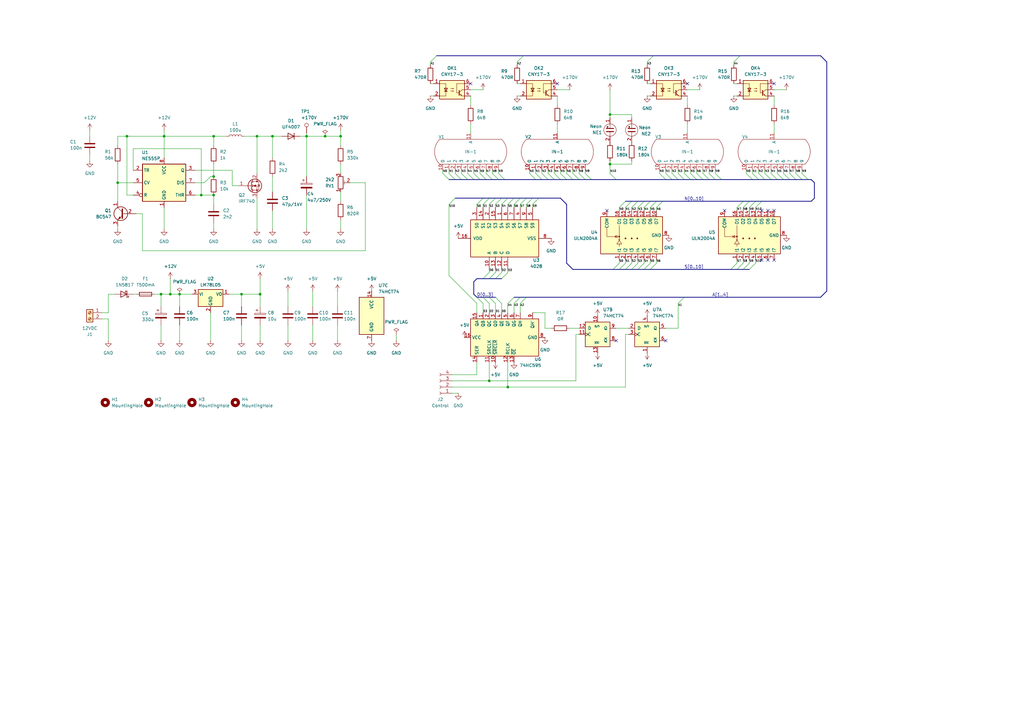
<source format=kicad_sch>
(kicad_sch (version 20231120) (generator "eeschema") (generator_version "8.0")
  (paper "A3")
  (lib_symbols
    (symbol "4xxx:4028" (pin_names (offset 1.016))
      (property "Reference" "U" (at -7.62 13.97 0))
      (property "Value" "4028" (at -7.62 -16.51 0))
      (symbol "4028_1_0"
        (pin output line (at 12.7 0 180) (length 5.08) (name "S4") (number "1"))
        (pin input line (at -12.7 5.08 0) (length 5.08) (name "A") (number "10"))
        (pin input line (at -12.7 -2.54 0) (length 5.08) (name "D") (number "11"))
        (pin input line (at -12.7 0 0) (length 5.08) (name "C") (number "12"))
        (pin input line (at -12.7 2.54 0) (length 5.08) (name "B") (number "13"))
        (pin output line (at 12.7 7.62 180) (length 5.08) (name "S1") (number "14"))
        (pin output line (at 12.7 2.54 180) (length 5.08) (name "S3") (number "15"))
        (pin power_in line (at 0 17.78 270) (length 5.08) (name "VDD") (number "16"))
        (pin output line (at 12.7 5.08 180) (length 5.08) (name "S2") (number "2"))
        (pin output line (at 12.7 10.16 180) (length 5.08) (name "S0") (number "3"))
        (pin output line (at 12.7 -7.62 180) (length 5.08) (name "S7") (number "4"))
        (pin output line (at 12.7 -12.7 180) (length 5.08) (name "S9") (number "5"))
        (pin output line (at 12.7 -2.54 180) (length 5.08) (name "S5") (number "6"))
        (pin output line (at 12.7 -5.08 180) (length 5.08) (name "S6") (number "7"))
        (pin power_in line (at 0 -20.32 90) (length 5.08) (name "VSS") (number "8"))
        (pin output line (at 12.7 -10.16 180) (length 5.08) (name "S8") (number "9"))
      )
    )
    (symbol "74xx:74HC595"
      (property "Reference" "U" (at -7.62 13.97 0))
      (property "Value" "74HC595" (at -7.62 -16.51 0))
      (symbol "74HC595_1_0"
        (pin tri_state line (at 10.16 7.62 180) (length 2.54) (name "QB") (number "1"))
        (pin input line (at -10.16 2.54 0) (length 2.54) (name "~{SRCLR}") (number "10"))
        (pin input line (at -10.16 5.08 0) (length 2.54) (name "SRCLK") (number "11"))
        (pin input line (at -10.16 -2.54 0) (length 2.54) (name "RCLK") (number "12"))
        (pin input line (at -10.16 -5.08 0) (length 2.54) (name "~{OE}") (number "13"))
        (pin input line (at -10.16 10.16 0) (length 2.54) (name "SER") (number "14"))
        (pin tri_state line (at 10.16 10.16 180) (length 2.54) (name "QA") (number "15"))
        (pin power_in line (at 0 15.24 270) (length 2.54) (name "VCC") (number "16"))
        (pin tri_state line (at 10.16 5.08 180) (length 2.54) (name "QC") (number "2"))
        (pin tri_state line (at 10.16 2.54 180) (length 2.54) (name "QD") (number "3"))
        (pin tri_state line (at 10.16 0 180) (length 2.54) (name "QE") (number "4"))
        (pin tri_state line (at 10.16 -2.54 180) (length 2.54) (name "QF") (number "5"))
        (pin tri_state line (at 10.16 -5.08 180) (length 2.54) (name "QG") (number "6"))
        (pin tri_state line (at 10.16 -7.62 180) (length 2.54) (name "QH") (number "7"))
        (pin power_in line (at 0 -17.78 90) (length 2.54) (name "GND") (number "8"))
        (pin output line (at 10.16 -12.7 180) (length 2.54) (name "QH'") (number "9"))
      )
    )
    (symbol "74xx:74HCT74" (pin_names (offset 1.016))
      (property "Reference" "U" (at -7.62 8.89 0))
      (property "Value" "74HCT74" (at -7.62 -8.89 0))
      (symbol "74HCT74_1_0"
        (pin input line (at 0 -7.62 90) (length 2.54) (name "~{R}") (number "1"))
        (pin input line (at -7.62 2.54 0) (length 2.54) (name "D") (number "2"))
        (pin input clock (at -7.62 0 0) (length 2.54) (name "C") (number "3"))
        (pin input line (at 0 7.62 270) (length 2.54) (name "~{S}") (number "4"))
        (pin output line (at 7.62 2.54 180) (length 2.54) (name "Q") (number "5"))
        (pin output line (at 7.62 -2.54 180) (length 2.54) (name "~{Q}") (number "6"))
      )
      (symbol "74HCT74_2_0"
        (pin input line (at 0 7.62 270) (length 2.54) (name "~{S}") (number "10"))
        (pin input clock (at -7.62 0 0) (length 2.54) (name "C") (number "11"))
        (pin input line (at -7.62 2.54 0) (length 2.54) (name "D") (number "12"))
        (pin input line (at 0 -7.62 90) (length 2.54) (name "~{R}") (number "13"))
        (pin output line (at 7.62 -2.54 180) (length 2.54) (name "~{Q}") (number "8"))
        (pin output line (at 7.62 2.54 180) (length 2.54) (name "Q") (number "9"))
      )
      (symbol "74HCT74_3_0"
        (pin power_in line (at 0 10.16 270) (length 2.54) (name "VCC") (number "14"))
        (pin power_in line (at 0 -10.16 90) (length 2.54) (name "GND") (number "7"))
      )
    )
    (symbol "Connector:Conn_01x04_Socket" (pin_names (offset 1.016) hide)
      (property "Reference" "J" (at 0 5.08 0))
      (property "Value" "Conn_01x04_Socket" (at 0 -7.62 0))
      (symbol "Conn_01x04_Socket_1_1"
        (pin passive line (at -5.08 2.54 0) (length 3.81) (name "Pin_1") (number "1"))
        (pin passive line (at -5.08 0 0) (length 3.81) (name "Pin_2") (number "2"))
        (pin passive line (at -5.08 -2.54 0) (length 3.81) (name "Pin_3") (number "3"))
        (pin passive line (at -5.08 -5.08 0) (length 3.81) (name "Pin_4") (number "4"))
      )
    )
    (symbol "Connector:Screw_Terminal_01x02" (pin_names (offset 1.016) hide)
      (property "Reference" "J" (at 0 2.54 0))
      (property "Value" "Screw_Terminal_01x02" (at 0 -5.08 0))
      (symbol "Screw_Terminal_01x02_1_1"
        (pin passive line (at -5.08 0 0) (length 3.81) (name "Pin_1") (number "1"))
        (pin passive line (at -5.08 -2.54 0) (length 3.81) (name "Pin_2") (number "2"))
      )
    )
    (symbol "Connector:TestPoint" (pin_numbers hide) (pin_names (offset 0.762) hide)
      (property "Reference" "TP" (at 0 6.858 0))
      (property "Value" "TestPoint" (at 0 5.08 0))
      (symbol "TestPoint_1_1"
        (pin passive line (at 0 0 90) (length 2.54) (name "1") (number "1"))
      )
    )
    (symbol "Device:C" (pin_numbers hide) (pin_names (offset 0.254))
      (property "Reference" "C" (at 0.635 2.54 0))
      (property "Value" "C" (at 0.635 -2.54 0))
      (symbol "C_1_1"
        (pin passive line (at 0 3.81 270) (length 2.794) (name "~") (number "1"))
        (pin passive line (at 0 -3.81 90) (length 2.794) (name "~") (number "2"))
      )
    )
    (symbol "Device:C_Polarized" (pin_numbers hide) (pin_names (offset 0.254))
      (property "Reference" "C" (at 0.635 2.54 0))
      (property "Value" "C_Polarized" (at 0.635 -2.54 0))
      (symbol "C_Polarized_1_1"
        (pin passive line (at 0 3.81 270) (length 2.794) (name "~") (number "1"))
        (pin passive line (at 0 -3.81 90) (length 2.794) (name "~") (number "2"))
      )
    )
    (symbol "Device:Fuse" (pin_numbers hide) (pin_names (offset 0))
      (property "Reference" "F" (at 2.032 0 90))
      (property "Value" "Fuse" (at -1.905 0 90))
      (symbol "Fuse_1_1"
        (pin passive line (at 0 3.81 270) (length 1.27) (name "~") (number "1"))
        (pin passive line (at 0 -3.81 90) (length 1.27) (name "~") (number "2"))
      )
    )
    (symbol "Device:L" (pin_numbers hide) (pin_names (offset 1.016) hide)
      (property "Reference" "L" (at -1.27 0 90))
      (property "Value" "L" (at 1.905 0 90))
      (symbol "L_1_1"
        (pin passive line (at 0 3.81 270) (length 1.27) (name "1") (number "1"))
        (pin passive line (at 0 -3.81 90) (length 1.27) (name "2") (number "2"))
      )
    )
    (symbol "Device:Lamp_Neon" (pin_names (offset 0.0254) hide)
      (property "Reference" "NE" (at 0.635 3.81 0))
      (property "Value" "Lamp_Neon" (at 0.635 -3.81 0))
      (symbol "Lamp_Neon_1_1"
        (pin passive line (at 0 -5.08 90) (length 2.54) (name "~") (number "1"))
        (pin passive line (at 0 5.08 270) (length 2.54) (name "~") (number "2"))
      )
    )
    (symbol "Device:R" (pin_numbers hide) (pin_names (offset 0))
      (property "Reference" "R" (at 2.032 0 90))
      (property "Value" "R" (at 0 0 90))
      (symbol "R_1_1"
        (pin passive line (at 0 3.81 270) (length 1.27) (name "~") (number "1"))
        (pin passive line (at 0 -3.81 90) (length 1.27) (name "~") (number "2"))
      )
    )
    (symbol "Device:R_Potentiometer_Trim" (pin_names (offset 1.016) hide)
      (property "Reference" "RV" (at -4.445 0 90))
      (property "Value" "R_Potentiometer_Trim" (at -2.54 0 90))
      (symbol "R_Potentiometer_Trim_1_1"
        (pin passive line (at 0 3.81 270) (length 1.27) (name "1") (number "1"))
        (pin passive line (at 3.81 0 180) (length 1.27) (name "2") (number "2"))
        (pin passive line (at 0 -3.81 90) (length 1.27) (name "3") (number "3"))
      )
    )
    (symbol "Diode:1N4007" (pin_numbers hide) (pin_names hide)
      (property "Reference" "D" (at 0 2.54 0))
      (property "Value" "1N4007" (at 0 -2.54 0))
      (symbol "1N4007_1_1"
        (pin passive line (at -3.81 0 0) (length 2.54) (name "K") (number "1"))
        (pin passive line (at 3.81 0 180) (length 2.54) (name "A") (number "2"))
      )
    )
    (symbol "Diode:1N5817" (pin_numbers hide) (pin_names (offset 1.016) hide)
      (property "Reference" "D" (at 0 2.54 0))
      (property "Value" "1N5817" (at 0 -2.54 0))
      (symbol "1N5817_1_1"
        (pin passive line (at -3.81 0 0) (length 2.54) (name "K") (number "1"))
        (pin passive line (at 3.81 0 180) (length 2.54) (name "A") (number "2"))
      )
    )
    (symbol "Isolator:CNY17-3" (pin_names (offset 1.016))
      (property "Reference" "U" (at -5.08 5.08 0))
      (property "Value" "CNY17-3" (at 0 5.08 0))
      (symbol "CNY17-3_1_1"
        (pin passive line (at -7.62 2.54 0) (length 2.54) (name "~") (number "1"))
        (pin passive line (at -7.62 -2.54 0) (length 2.54) (name "~") (number "2"))
        (pin no_connect line (at -5.08 0 0) (length 2.54) hide (name "NC") (number "3"))
        (pin passive line (at 7.62 -2.54 180) (length 2.54) (name "~") (number "4"))
        (pin passive line (at 7.62 0 180) (length 2.54) (name "~") (number "5"))
        (pin passive line (at 7.62 2.54 180) (length 2.54) (name "~") (number "6"))
      )
    )
    (symbol "Mechanical:MountingHole" (pin_names (offset 1.016)) (exclude_from_sim yes) (in_bom no)
      (property "Reference" "H" (at 0 5.08 0))
      (property "Value" "MountingHole" (at 0 3.175 0))
    )
    (symbol "Regulator_Linear:LM78L05_TO92" (pin_names (offset 0.254))
      (property "Reference" "U" (at -3.81 3.175 0))
      (property "Value" "LM78L05_TO92" (at 0 3.175 0))
      (symbol "LM78L05_TO92_1_1"
        (pin power_out line (at 7.62 0 180) (length 2.54) (name "VO") (number "1"))
        (pin power_in line (at 0 -7.62 90) (length 2.54) (name "GND") (number "2"))
        (pin power_in line (at -7.62 0 0) (length 2.54) (name "VI") (number "3"))
      )
    )
    (symbol "Timer:NE555P"
      (property "Reference" "U" (at -10.16 8.89 0))
      (property "Value" "NE555P" (at 2.54 8.89 0))
      (symbol "NE555P_0_0"
        (pin power_in line (at 0 -10.16 90) (length 2.54) (name "GND") (number "1"))
        (pin power_in line (at 0 10.16 270) (length 2.54) (name "VCC") (number "8"))
      )
      (symbol "NE555P_1_1"
        (pin input line (at -12.7 5.08 0) (length 3.81) (name "TR") (number "2"))
        (pin output line (at 12.7 5.08 180) (length 3.81) (name "Q") (number "3"))
        (pin input inverted (at -12.7 -5.08 0) (length 3.81) (name "R") (number "4"))
        (pin input line (at -12.7 0 0) (length 3.81) (name "CV") (number "5"))
        (pin input line (at 12.7 -5.08 180) (length 3.81) (name "THR") (number "6"))
        (pin input line (at 12.7 0 180) (length 3.81) (name "DIS") (number "7"))
      )
    )
    (symbol "Transistor_Array:ULN2004A"
      (property "Reference" "U" (at 0 15.875 0))
      (property "Value" "ULN2004A" (at 0 13.97 0))
      (symbol "ULN2004A_1_1"
        (pin input line (at -10.16 5.08 0) (length 2.54) (name "I1") (number "1"))
        (pin open_collector line (at 10.16 -10.16 180) (length 2.54) (name "O7") (number "10"))
        (pin open_collector line (at 10.16 -7.62 180) (length 2.54) (name "O6") (number "11"))
        (pin open_collector line (at 10.16 -5.08 180) (length 2.54) (name "O5") (number "12"))
        (pin open_collector line (at 10.16 -2.54 180) (length 2.54) (name "O4") (number "13"))
        (pin open_collector line (at 10.16 0 180) (length 2.54) (name "O3") (number "14"))
        (pin open_collector line (at 10.16 2.54 180) (length 2.54) (name "O2") (number "15"))
        (pin open_collector line (at 10.16 5.08 180) (length 2.54) (name "O1") (number "16"))
        (pin input line (at -10.16 2.54 0) (length 2.54) (name "I2") (number "2"))
        (pin input line (at -10.16 0 0) (length 2.54) (name "I3") (number "3"))
        (pin input line (at -10.16 -2.54 0) (length 2.54) (name "I4") (number "4"))
        (pin input line (at -10.16 -5.08 0) (length 2.54) (name "I5") (number "5"))
        (pin input line (at -10.16 -7.62 0) (length 2.54) (name "I6") (number "6"))
        (pin input line (at -10.16 -10.16 0) (length 2.54) (name "I7") (number "7"))
        (pin power_in line (at 0 -15.24 90) (length 2.54) (name "GND") (number "8"))
        (pin passive line (at 10.16 10.16 180) (length 2.54) (name "COM") (number "9"))
      )
    )
    (symbol "Transistor_BJT:BC547" (pin_names (offset 0) hide)
      (property "Reference" "Q" (at 5.08 1.905 0))
      (property "Value" "BC547" (at 5.08 0 0))
      (symbol "BC547_1_1"
        (pin passive line (at 2.54 5.08 270) (length 2.54) (name "C") (number "1"))
        (pin input line (at -5.08 0 0) (length 5.08) (name "B") (number "2"))
        (pin passive line (at 2.54 -5.08 90) (length 2.54) (name "E") (number "3"))
      )
    )
    (symbol "Transistor_FET:IRF740" (pin_names hide)
      (property "Reference" "Q" (at 5.08 1.905 0))
      (property "Value" "IRF740" (at 5.08 0 0))
      (symbol "IRF740_1_1"
        (pin input line (at -5.08 0 0) (length 2.54) (name "G") (number "1"))
        (pin passive line (at 2.54 5.08 270) (length 2.54) (name "D") (number "2"))
        (pin passive line (at 2.54 -5.08 90) (length 2.54) (name "S") (number "3"))
      )
    )
    (symbol "nixie_in1:IN-1"
      (property "Reference" "V" (at -11.938 6.096 0))
      (property "Value" "IN-1 Nixie Tube" (at 0 0 0))
      (symbol "IN-1_1_1"
        (pin input line (at -8.89 -7.62 90) (length 2.54) (name "1") (number "1"))
        (pin input line (at -11.43 -7.62 90) (length 2.54) (name "0") (number "10"))
        (pin input line (at 0 7.62 270) (length 2.54) (name "A") (number "11"))
        (pin input line (at -6.35 -7.62 90) (length 2.54) (name "2") (number "2"))
        (pin input line (at -3.81 -7.62 90) (length 2.54) (name "3") (number "3"))
        (pin input line (at -1.27 -7.62 90) (length 2.54) (name "4") (number "4"))
        (pin input line (at 1.27 -7.62 90) (length 2.54) (name "5") (number "5"))
        (pin input line (at 3.81 -7.62 90) (length 2.54) (name "6") (number "6"))
        (pin input line (at 6.35 -7.62 90) (length 2.54) (name "7") (number "7"))
        (pin input line (at 8.89 -7.62 90) (length 2.54) (name "8") (number "8"))
        (pin input line (at 11.43 -7.62 90) (length 2.54) (name "9") (number "9"))
      )
    )
    (symbol "power:+12V" (power) (pin_numbers hide) (pin_names (offset 0) hide)
      (property "Value" "+12V" (at 0 3.556 0))
      (symbol "+12V_1_1"
        (pin power_in line (at 0 0 90) (length 0) (name "~") (number "1"))
      )
    )
    (symbol "power:+5V" (power) (pin_numbers hide) (pin_names (offset 0) hide)
      (property "Value" "+5V" (at 0 3.556 0))
      (symbol "+5V_1_1"
        (pin power_in line (at 0 0 90) (length 0) (name "~") (number "1"))
      )
    )
    (symbol "power:GND" (power) (pin_numbers hide) (pin_names (offset 0) hide)
      (property "Value" "GND" (at 0 -3.81 0))
      (symbol "GND_1_1"
        (pin power_in line (at 0 0 270) (length 0) (name "~") (number "1"))
      )
    )
    (symbol "power:PWR_FLAG" (power) (pin_numbers hide) (pin_names (offset 0) hide)
      (property "Value" "PWR_FLAG" (at 0 3.81 0))
      (symbol "PWR_FLAG_0_0"
        (pin power_out line (at 0 0 90) (length 0) (name "~") (number "1"))
      )
    )
  )
  (junction (at 67.31 55.88))
  (junction (at 250.19 46.99))
  (junction (at 52.07 55.88))
  (junction (at 73.66 120.65))
  (junction (at 111.76 55.88))
  (junction (at 66.04 120.65))
  (junction (at 99.06 120.65))
  (junction (at 87.63 55.88))
  (junction (at 82.55 80.01))
  (junction (at 48.26 74.93))
  (junction (at 133.35 55.88))
  (junction (at 87.63 80.01))
  (junction (at 250.19 67.31))
  (junction (at 69.85 120.65))
  (junction (at 139.7 55.88))
  (junction (at 125.73 55.88))
  (junction (at 87.63 72.39))
  (junction (at 208.28 158.75))
  (junction (at 200.66 156.21))
  (junction (at 106.68 120.65))
  (junction (at 105.41 55.88))
  (no_connect (at 314.96 106.68))
  (no_connect (at 297.18 86.36))
  (no_connect (at 317.5 86.36))
  (no_connect (at 312.42 106.68))
  (no_connect (at 248.92 86.36))
  (no_connect (at 193.04 34.29))
  (no_connect (at 252.73 139.7))
  (no_connect (at 273.05 139.7))
  (no_connect (at 317.5 34.29))
  (no_connect (at 314.96 86.36))
  (no_connect (at 228.6 34.29))
  (no_connect (at 312.42 86.36))
  (no_connect (at 281.94 34.29))
  (no_connect (at 317.5 106.68))
  (bus_entry (at 213.36 121.92) (size -2.54 2.54))
  (bus_entry (at 331.47 73.66) (size -2.54 -2.54))
  (bus_entry (at 195.58 121.92) (size 2.54 2.54))
  (bus_entry (at 271.78 82.55) (size -2.54 2.54))
  (bus_entry (at 261.62 82.55) (size -2.54 2.54))
  (bus_entry (at 189.23 73.66) (size -2.54 -2.54))
  (bus_entry (at 194.31 73.66) (size -2.54 -2.54))
  (bus_entry (at 311.15 73.66) (size -2.54 -2.54))
  (bus_entry (at 259.08 110.49) (size 2.54 -2.54))
  (bus_entry (at 259.08 82.55) (size -2.54 2.54))
  (bus_entry (at 261.62 110.49) (size 2.54 -2.54))
  (bus_entry (at 318.77 73.66) (size -2.54 -2.54))
  (bus_entry (at 275.59 73.66) (size -2.54 -2.54))
  (bus_entry (at 264.16 82.55) (size -2.54 2.54))
  (bus_entry (at 191.77 73.66) (size -2.54 -2.54))
  (bus_entry (at 220.98 81.28) (size -2.54 2.54))
  (bus_entry (at 278.13 73.66) (size -2.54 -2.54))
  (bus_entry (at 295.91 73.66) (size -2.54 -2.54))
  (bus_entry (at 203.2 121.92) (size 2.54 2.54))
  (bus_entry (at 213.36 81.28) (size -2.54 2.54))
  (bus_entry (at 269.24 82.55) (size -2.54 2.54))
  (bus_entry (at 321.31 73.66) (size -2.54 -2.54))
  (bus_entry (at 302.26 110.49) (size 2.54 -2.54))
  (bus_entry (at 227.33 73.66) (size -2.54 -2.54))
  (bus_entry (at 293.37 73.66) (size -2.54 -2.54))
  (bus_entry (at 186.69 81.28) (size -2.54 2.54))
  (bus_entry (at 232.41 73.66) (size -2.54 -2.54))
  (bus_entry (at 240.03 73.66) (size -2.54 -2.54))
  (bus_entry (at 203.2 81.28) (size -2.54 2.54))
  (bus_entry (at 179.07 22.86) (size -2.54 2.54))
  (bus_entry (at 280.67 73.66) (size -2.54 -2.54))
  (bus_entry (at 215.9 81.28) (size -2.54 2.54))
  (bus_entry (at 208.28 81.28) (size -2.54 2.54))
  (bus_entry (at 200.66 114.3) (size 2.54 -2.54))
  (bus_entry (at 256.54 82.55) (size -2.54 2.54))
  (bus_entry (at 326.39 73.66) (size -2.54 -2.54))
  (bus_entry (at 204.47 73.66) (size -2.54 -2.54))
  (bus_entry (at 184.15 73.66) (size -2.54 -2.54))
  (bus_entry (at 196.85 73.66) (size -2.54 -2.54))
  (bus_entry (at 219.71 73.66) (size -2.54 -2.54))
  (bus_entry (at 312.42 82.55) (size -2.54 2.54))
  (bus_entry (at 199.39 73.66) (size -2.54 -2.54))
  (bus_entry (at 224.79 73.66) (size -2.54 -2.54))
  (bus_entry (at 200.66 121.92) (size 2.54 2.54))
  (bus_entry (at 242.57 73.66) (size -2.54 -2.54))
  (bus_entry (at 283.21 73.66) (size -2.54 -2.54))
  (bus_entry (at 288.29 73.66) (size -2.54 -2.54))
  (bus_entry (at 328.93 73.66) (size -2.54 -2.54))
  (bus_entry (at 304.8 82.55) (size -2.54 2.54))
  (bus_entry (at 201.93 73.66) (size -2.54 -2.54))
  (bus_entry (at 237.49 73.66) (size -2.54 -2.54))
  (bus_entry (at 290.83 73.66) (size -2.54 -2.54))
  (bus_entry (at 205.74 81.28) (size -2.54 2.54))
  (bus_entry (at 198.12 121.92) (size 2.54 2.54))
  (bus_entry (at 309.88 82.55) (size -2.54 2.54))
  (bus_entry (at 198.12 81.28) (size -2.54 2.54))
  (bus_entry (at 186.69 73.66) (size -2.54 -2.54))
  (bus_entry (at 218.44 81.28) (size -2.54 2.54))
  (bus_entry (at 266.7 82.55) (size -2.54 2.54))
  (bus_entry (at 316.23 73.66) (size -2.54 -2.54))
  (bus_entry (at 256.54 110.49) (size 2.54 -2.54))
  (bus_entry (at 229.87 73.66) (size -2.54 -2.54))
  (bus_entry (at 205.74 114.3) (size 2.54 -2.54))
  (bus_entry (at 303.53 22.86) (size -2.54 2.54))
  (bus_entry (at 280.67 121.92) (size -2.54 2.54))
  (bus_entry (at 273.05 73.66) (size -2.54 -2.54))
  (bus_entry (at 264.16 110.49) (size 2.54 -2.54))
  (bus_entry (at 313.69 73.66) (size -2.54 -2.54))
  (bus_entry (at 210.82 121.92) (size -2.54 2.54))
  (bus_entry (at 304.8 110.49) (size 2.54 -2.54))
  (bus_entry (at 222.25 73.66) (size -2.54 -2.54))
  (bus_entry (at 214.63 22.86) (size -2.54 2.54))
  (bus_entry (at 299.72 110.49) (size 2.54 -2.54))
  (bus_entry (at 267.97 22.86) (size -2.54 2.54))
  (bus_entry (at 266.7 110.49) (size 2.54 -2.54))
  (bus_entry (at 198.12 114.3) (size 2.54 -2.54))
  (bus_entry (at 285.75 73.66) (size -2.54 -2.54))
  (bus_entry (at 203.2 114.3) (size 2.54 -2.54))
  (bus_entry (at 215.9 121.92) (size -2.54 2.54))
  (bus_entry (at 307.34 110.49) (size 2.54 -2.54))
  (bus_entry (at 207.01 73.66) (size -2.54 -2.54))
  (bus_entry (at 234.95 73.66) (size -2.54 -2.54))
  (bus_entry (at 323.85 73.66) (size -2.54 -2.54))
  (bus_entry (at 200.66 81.28) (size -2.54 2.54))
  (bus_entry (at 308.61 73.66) (size -2.54 -2.54))
  (bus_entry (at 307.34 82.55) (size -2.54 2.54))
  (bus_entry (at 210.82 81.28) (size -2.54 2.54))
  (bus_entry (at 252.73 73.66) (size -2.54 -2.54))
  (bus_entry (at 254 110.49) (size 2.54 -2.54))
  (bus_entry (at 251.46 110.49) (size 2.54 -2.54))
  (wire (pts (xy 105.41 55.88) (xy 105.41 71.12)))
  (wire (pts (xy 176.53 39.37) (xy 177.8 39.37)))
  (wire (pts (xy 278.13 69.85) (xy 278.13 71.12)))
  (wire (pts (xy 52.07 80.01) (xy 54.61 80.01)))
  (wire (pts (xy 105.41 81.28) (xy 105.41 93.98)))
  (wire (pts (xy 73.66 120.65) (xy 73.66 125.73)))
  (wire (pts (xy 128.27 133.35) (xy 128.27 139.7)))
  (bus (pts (xy 266.7 110.49) (xy 299.72 110.49)))
  (wire (pts (xy 302.26 106.68) (xy 302.26 107.95)))
  (bus (pts (xy 204.47 73.66) (xy 207.01 73.66)))
  (wire (pts (xy 186.69 69.85) (xy 186.69 71.12)))
  (wire (pts (xy 264.16 85.09) (xy 264.16 86.36)))
  (wire (pts (xy 265.43 25.4) (xy 265.43 26.67)))
  (bus (pts (xy 200.66 81.28) (xy 203.2 81.28)))
  (bus (pts (xy 326.39 73.66) (xy 328.93 73.66)))
  (wire (pts (xy 300.99 34.29) (xy 302.26 34.29)))
  (wire (pts (xy 285.75 69.85) (xy 285.75 71.12)))
  (bus (pts (xy 275.59 73.66) (xy 278.13 73.66)))
  (wire (pts (xy 99.06 120.65) (xy 106.68 120.65)))
  (wire (pts (xy 128.27 119.38) (xy 128.27 125.73)))
  (bus (pts (xy 302.26 110.49) (xy 304.8 110.49)))
  (wire (pts (xy 48.26 55.88) (xy 48.26 59.69)))
  (bus (pts (xy 307.34 82.55) (xy 309.88 82.55)))
  (bus (pts (xy 240.03 73.66) (xy 242.57 73.66)))
  (wire (pts (xy 265.43 34.29) (xy 266.7 34.29)))
  (bus (pts (xy 199.39 73.66) (xy 201.93 73.66)))
  (wire (pts (xy 139.7 78.74) (xy 139.7 82.55)))
  (bus (pts (xy 207.01 73.66) (xy 219.71 73.66)))
  (wire (pts (xy 256.54 106.68) (xy 256.54 107.95)))
  (wire (pts (xy 67.31 55.88) (xy 67.31 64.77)))
  (wire (pts (xy 306.07 69.85) (xy 306.07 71.12)))
  (wire (pts (xy 259.08 85.09) (xy 259.08 86.36)))
  (wire (pts (xy 201.93 69.85) (xy 201.93 71.12)))
  (bus (pts (xy 311.15 73.66) (xy 313.69 73.66)))
  (bus (pts (xy 215.9 121.92) (xy 280.67 121.92)))
  (wire (pts (xy 256.54 85.09) (xy 256.54 86.36)))
  (wire (pts (xy 250.19 66.04) (xy 250.19 67.31)))
  (wire (pts (xy 200.66 156.21) (xy 236.22 156.21)))
  (wire (pts (xy 125.73 55.88) (xy 125.73 72.39)))
  (wire (pts (xy 307.34 85.09) (xy 307.34 86.36)))
  (wire (pts (xy 205.74 124.46) (xy 205.74 128.27)))
  (bus (pts (xy 299.72 110.49) (xy 302.26 110.49)))
  (wire (pts (xy 237.49 69.85) (xy 237.49 71.12)))
  (bus (pts (xy 218.44 81.28) (xy 220.98 81.28)))
  (wire (pts (xy 54.61 60.96) (xy 54.61 69.85)))
  (bus (pts (xy 198.12 114.3) (xy 195.58 114.3)))
  (wire (pts (xy 115.57 55.88) (xy 111.76 55.88)))
  (wire (pts (xy 309.88 85.09) (xy 309.88 86.36)))
  (wire (pts (xy 290.83 69.85) (xy 290.83 71.12)))
  (wire (pts (xy 236.22 137.16) (xy 237.49 137.16)))
  (wire (pts (xy 138.43 133.35) (xy 138.43 139.7)))
  (wire (pts (xy 55.88 87.63) (xy 58.42 87.63)))
  (wire (pts (xy 41.91 128.27) (xy 44.45 128.27)))
  (wire (pts (xy 323.85 69.85) (xy 323.85 71.12)))
  (wire (pts (xy 213.36 83.82) (xy 213.36 85.09)))
  (wire (pts (xy 48.26 55.88) (xy 52.07 55.88)))
  (wire (pts (xy 111.76 55.88) (xy 111.76 64.77)))
  (wire (pts (xy 264.16 106.68) (xy 264.16 107.95)))
  (wire (pts (xy 100.33 55.88) (xy 105.41 55.88)))
  (wire (pts (xy 304.8 85.09) (xy 304.8 86.36)))
  (bus (pts (xy 283.21 73.66) (xy 285.75 73.66)))
  (wire (pts (xy 269.24 85.09) (xy 269.24 86.36)))
  (wire (pts (xy 326.39 69.85) (xy 326.39 71.12)))
  (wire (pts (xy 259.08 46.99) (xy 259.08 48.26)))
  (wire (pts (xy 80.01 74.93) (xy 83.82 74.93)))
  (wire (pts (xy 283.21 69.85) (xy 283.21 71.12)))
  (wire (pts (xy 73.66 133.35) (xy 73.66 139.7)))
  (wire (pts (xy 302.26 85.09) (xy 302.26 86.36)))
  (bus (pts (xy 208.28 81.28) (xy 210.82 81.28)))
  (bus (pts (xy 189.23 73.66) (xy 191.77 73.66)))
  (wire (pts (xy 139.7 67.31) (xy 139.7 71.12)))
  (wire (pts (xy 193.04 39.37) (xy 193.04 43.18)))
  (wire (pts (xy 125.73 80.01) (xy 125.73 93.98)))
  (bus (pts (xy 210.82 81.28) (xy 213.36 81.28)))
  (wire (pts (xy 236.22 156.21) (xy 236.22 137.16)))
  (bus (pts (xy 229.87 81.28) (xy 232.41 83.82)))
  (wire (pts (xy 250.19 46.99) (xy 259.08 46.99)))
  (wire (pts (xy 99.06 133.35) (xy 99.06 139.7)))
  (wire (pts (xy 281.94 50.8) (xy 281.94 54.61)))
  (wire (pts (xy 224.79 69.85) (xy 224.79 71.12)))
  (bus (pts (xy 295.91 73.66) (xy 308.61 73.66)))
  (wire (pts (xy 82.55 80.01) (xy 82.55 60.96)))
  (wire (pts (xy 300.99 39.37) (xy 302.26 39.37)))
  (wire (pts (xy 266.7 85.09) (xy 266.7 86.36)))
  (wire (pts (xy 198.12 124.46) (xy 198.12 128.27)))
  (bus (pts (xy 195.58 121.92) (xy 198.12 121.92)))
  (bus (pts (xy 293.37 73.66) (xy 295.91 73.66)))
  (wire (pts (xy 210.82 124.46) (xy 210.82 128.27)))
  (bus (pts (xy 214.63 22.86) (xy 267.97 22.86)))
  (bus (pts (xy 318.77 73.66) (xy 321.31 73.66)))
  (bus (pts (xy 331.47 73.66) (xy 332.74 73.66)))
  (wire (pts (xy 95.25 69.85) (xy 95.25 76.2)))
  (wire (pts (xy 195.58 148.59) (xy 195.58 153.67)))
  (bus (pts (xy 222.25 73.66) (xy 224.79 73.66)))
  (wire (pts (xy 52.07 55.88) (xy 52.07 80.01)))
  (wire (pts (xy 223.52 134.62) (xy 226.06 134.62)))
  (bus (pts (xy 203.2 114.3) (xy 200.66 114.3)))
  (wire (pts (xy 321.31 69.85) (xy 321.31 71.12)))
  (wire (pts (xy 87.63 91.44) (xy 87.63 93.98)))
  (wire (pts (xy 125.73 55.88) (xy 133.35 55.88)))
  (bus (pts (xy 256.54 110.49) (xy 259.08 110.49)))
  (wire (pts (xy 86.36 128.27) (xy 86.36 139.7)))
  (wire (pts (xy 234.95 69.85) (xy 234.95 71.12)))
  (wire (pts (xy 80.01 80.01) (xy 82.55 80.01)))
  (wire (pts (xy 36.83 53.34) (xy 36.83 55.88)))
  (bus (pts (xy 191.77 73.66) (xy 194.31 73.66)))
  (wire (pts (xy 185.42 153.67) (xy 195.58 153.67)))
  (bus (pts (xy 232.41 107.95) (xy 234.95 110.49)))
  (wire (pts (xy 259.08 66.04) (xy 259.08 67.31)))
  (wire (pts (xy 82.55 60.96) (xy 54.61 60.96)))
  (wire (pts (xy 208.28 110.49) (xy 208.28 111.76)))
  (bus (pts (xy 328.93 73.66) (xy 331.47 73.66)))
  (bus (pts (xy 252.73 73.66) (xy 273.05 73.66)))
  (bus (pts (xy 227.33 73.66) (xy 229.87 73.66)))
  (bus (pts (xy 219.71 73.66) (xy 222.25 73.66)))
  (wire (pts (xy 149.86 74.93) (xy 149.86 102.87)))
  (bus (pts (xy 336.55 22.86) (xy 339.09 25.4)))
  (bus (pts (xy 234.95 73.66) (xy 237.49 73.66)))
  (bus (pts (xy 259.08 110.49) (xy 261.62 110.49)))
  (bus (pts (xy 278.13 73.66) (xy 280.67 73.66)))
  (wire (pts (xy 250.19 67.31) (xy 250.19 71.12)))
  (wire (pts (xy 250.19 36.83) (xy 250.19 46.99)))
  (wire (pts (xy 87.63 55.88) (xy 87.63 59.69)))
  (wire (pts (xy 189.23 69.85) (xy 189.23 71.12)))
  (wire (pts (xy 95.25 76.2) (xy 97.79 76.2)))
  (wire (pts (xy 240.03 69.85) (xy 240.03 71.12)))
  (wire (pts (xy 162.56 137.16) (xy 162.56 139.7)))
  (bus (pts (xy 339.09 25.4) (xy 339.09 119.38)))
  (bus (pts (xy 194.31 73.66) (xy 196.85 73.66)))
  (bus (pts (xy 313.69 73.66) (xy 316.23 73.66)))
  (wire (pts (xy 228.6 36.83) (xy 233.68 36.83)))
  (wire (pts (xy 275.59 69.85) (xy 275.59 71.12)))
  (bus (pts (xy 285.75 73.66) (xy 288.29 73.66)))
  (wire (pts (xy 250.19 46.99) (xy 250.19 48.26)))
  (wire (pts (xy 69.85 120.65) (xy 73.66 120.65)))
  (wire (pts (xy 265.43 39.37) (xy 266.7 39.37)))
  (wire (pts (xy 185.42 156.21) (xy 200.66 156.21)))
  (bus (pts (xy 220.98 81.28) (xy 229.87 81.28)))
  (bus (pts (xy 273.05 73.66) (xy 275.59 73.66)))
  (bus (pts (xy 179.07 22.86) (xy 214.63 22.86)))
  (wire (pts (xy 218.44 128.27) (xy 223.52 128.27)))
  (wire (pts (xy 87.63 55.88) (xy 92.71 55.88)))
  (wire (pts (xy 218.44 83.82) (xy 218.44 85.09)))
  (bus (pts (xy 195.58 114.3) (xy 194.31 115.57)))
  (wire (pts (xy 223.52 128.27) (xy 223.52 134.62)))
  (wire (pts (xy 204.47 69.85) (xy 204.47 71.12)))
  (wire (pts (xy 293.37 69.85) (xy 293.37 71.12)))
  (bus (pts (xy 304.8 82.55) (xy 307.34 82.55)))
  (bus (pts (xy 339.09 119.38) (xy 336.55 121.92)))
  (bus (pts (xy 271.78 82.55) (xy 304.8 82.55)))
  (bus (pts (xy 264.16 110.49) (xy 266.7 110.49)))
  (wire (pts (xy 313.69 69.85) (xy 313.69 71.12)))
  (wire (pts (xy 195.58 83.82) (xy 195.58 85.09)))
  (wire (pts (xy 118.11 119.38) (xy 118.11 125.73)))
  (wire (pts (xy 261.62 106.68) (xy 261.62 107.95)))
  (wire (pts (xy 123.19 55.88) (xy 125.73 55.88)))
  (wire (pts (xy 176.53 34.29) (xy 177.8 34.29)))
  (bus (pts (xy 256.54 82.55) (xy 259.08 82.55)))
  (wire (pts (xy 217.17 69.85) (xy 217.17 71.12)))
  (bus (pts (xy 308.61 73.66) (xy 311.15 73.66)))
  (wire (pts (xy 48.26 74.93) (xy 48.26 82.55)))
  (bus (pts (xy 309.88 82.55) (xy 312.42 82.55)))
  (wire (pts (xy 184.15 69.85) (xy 184.15 71.12)))
  (wire (pts (xy 36.83 63.5) (xy 36.83 66.04)))
  (wire (pts (xy 212.09 39.37) (xy 213.36 39.37)))
  (wire (pts (xy 304.8 106.68) (xy 304.8 107.95)))
  (wire (pts (xy 181.61 69.85) (xy 181.61 71.12)))
  (bus (pts (xy 312.42 82.55) (xy 332.74 82.55)))
  (wire (pts (xy 93.98 120.65) (xy 99.06 120.65)))
  (wire (pts (xy 254 106.68) (xy 254 107.95)))
  (bus (pts (xy 280.67 73.66) (xy 283.21 73.66)))
  (bus (pts (xy 232.41 83.82) (xy 232.41 107.95)))
  (bus (pts (xy 229.87 73.66) (xy 232.41 73.66)))
  (wire (pts (xy 212.09 25.4) (xy 212.09 26.67)))
  (wire (pts (xy 193.04 36.83) (xy 198.12 36.83)))
  (wire (pts (xy 270.51 69.85) (xy 270.51 71.12)))
  (wire (pts (xy 232.41 69.85) (xy 232.41 71.12)))
  (wire (pts (xy 118.11 133.35) (xy 118.11 139.7)))
  (bus (pts (xy 266.7 82.55) (xy 269.24 82.55)))
  (wire (pts (xy 281.94 39.37) (xy 281.94 43.18)))
  (wire (pts (xy 87.63 67.31) (xy 87.63 72.39)))
  (wire (pts (xy 185.42 158.75) (xy 208.28 158.75)))
  (bus (pts (xy 334.01 81.28) (xy 332.74 82.55)))
  (wire (pts (xy 54.61 120.65) (xy 55.88 120.65)))
  (bus (pts (xy 304.8 110.49) (xy 307.34 110.49)))
  (bus (pts (xy 210.82 121.92) (xy 213.36 121.92)))
  (wire (pts (xy 278.13 124.46) (xy 278.13 134.62)))
  (wire (pts (xy 191.77 69.85) (xy 191.77 71.12)))
  (wire (pts (xy 208.28 148.59) (xy 208.28 158.75)))
  (wire (pts (xy 44.45 120.65) (xy 44.45 128.27)))
  (bus (pts (xy 316.23 73.66) (xy 318.77 73.66)))
  (wire (pts (xy 66.04 120.65) (xy 66.04 125.73)))
  (wire (pts (xy 318.77 69.85) (xy 318.77 71.12)))
  (bus (pts (xy 201.93 73.66) (xy 204.47 73.66)))
  (wire (pts (xy 228.6 50.8) (xy 228.6 54.61)))
  (wire (pts (xy 229.87 69.85) (xy 229.87 71.12)))
  (wire (pts (xy 44.45 130.81) (xy 44.45 139.7)))
  (wire (pts (xy 48.26 92.71) (xy 48.26 93.98)))
  (wire (pts (xy 63.5 120.65) (xy 66.04 120.65)))
  (wire (pts (xy 87.63 80.01) (xy 87.63 83.82)))
  (wire (pts (xy 184.15 83.82) (xy 184.15 113.03)))
  (wire (pts (xy 308.61 69.85) (xy 308.61 71.12)))
  (wire (pts (xy 203.2 124.46) (xy 203.2 128.27)))
  (bus (pts (xy 213.36 81.28) (xy 215.9 81.28)))
  (wire (pts (xy 111.76 72.39) (xy 111.76 78.74)))
  (wire (pts (xy 261.62 85.09) (xy 261.62 86.36)))
  (wire (pts (xy 205.74 110.49) (xy 205.74 111.76)))
  (wire (pts (xy 66.04 133.35) (xy 66.04 139.7)))
  (bus (pts (xy 261.62 110.49) (xy 264.16 110.49)))
  (wire (pts (xy 198.12 83.82) (xy 198.12 85.09)))
  (wire (pts (xy 200.66 124.46) (xy 200.66 128.27)))
  (wire (pts (xy 200.66 83.82) (xy 200.66 85.09)))
  (wire (pts (xy 317.5 39.37) (xy 317.5 43.18)))
  (wire (pts (xy 280.67 69.85) (xy 280.67 71.12)))
  (wire (pts (xy 196.85 69.85) (xy 196.85 71.12)))
  (bus (pts (xy 334.01 74.93) (xy 334.01 81.28)))
  (wire (pts (xy 219.71 69.85) (xy 219.71 71.12)))
  (wire (pts (xy 138.43 119.38) (xy 138.43 125.73)))
  (wire (pts (xy 203.2 110.49) (xy 203.2 111.76)))
  (wire (pts (xy 210.82 83.82) (xy 210.82 85.09)))
  (wire (pts (xy 233.68 134.62) (xy 237.49 134.62)))
  (bus (pts (xy 198.12 81.28) (xy 200.66 81.28)))
  (wire (pts (xy 317.5 50.8) (xy 317.5 54.61)))
  (wire (pts (xy 139.7 55.88) (xy 139.7 59.69)))
  (wire (pts (xy 44.45 120.65) (xy 46.99 120.65)))
  (wire (pts (xy 317.5 36.83) (xy 322.58 36.83)))
  (wire (pts (xy 67.31 55.88) (xy 87.63 55.88)))
  (wire (pts (xy 266.7 106.68) (xy 266.7 107.95)))
  (wire (pts (xy 256.54 137.16) (xy 256.54 158.75)))
  (bus (pts (xy 280.67 121.92) (xy 336.55 121.92)))
  (wire (pts (xy 143.51 74.93) (xy 149.86 74.93)))
  (wire (pts (xy 259.08 106.68) (xy 259.08 107.95)))
  (wire (pts (xy 195.58 124.46) (xy 184.15 113.03)))
  (wire (pts (xy 208.28 124.46) (xy 208.28 128.27)))
  (wire (pts (xy 176.53 25.4) (xy 176.53 26.67)))
  (wire (pts (xy 273.05 69.85) (xy 273.05 71.12)))
  (bus (pts (xy 184.15 73.66) (xy 186.69 73.66)))
  (wire (pts (xy 66.04 120.65) (xy 69.85 120.65)))
  (wire (pts (xy 228.6 39.37) (xy 228.6 43.18)))
  (bus (pts (xy 264.16 82.55) (xy 266.7 82.55)))
  (wire (pts (xy 139.7 90.17) (xy 139.7 93.98)))
  (wire (pts (xy 139.7 53.34) (xy 139.7 55.88)))
  (wire (pts (xy 254 85.09) (xy 254 86.36)))
  (wire (pts (xy 58.42 87.63) (xy 58.42 102.87)))
  (bus (pts (xy 288.29 73.66) (xy 290.83 73.66)))
  (wire (pts (xy 48.26 74.93) (xy 54.61 74.93)))
  (wire (pts (xy 281.94 36.83) (xy 287.02 36.83)))
  (bus (pts (xy 205.74 81.28) (xy 208.28 81.28)))
  (wire (pts (xy 256.54 137.16) (xy 257.81 137.16)))
  (bus (pts (xy 194.31 120.65) (xy 195.58 121.92)))
  (wire (pts (xy 200.66 110.49) (xy 200.66 111.76)))
  (bus (pts (xy 205.74 114.3) (xy 203.2 114.3)))
  (wire (pts (xy 307.34 106.68) (xy 307.34 107.95)))
  (wire (pts (xy 67.31 53.34) (xy 67.31 55.88)))
  (wire (pts (xy 67.31 93.98) (xy 67.31 85.09)))
  (wire (pts (xy 106.68 133.35) (xy 106.68 139.7)))
  (wire (pts (xy 203.2 83.82) (xy 203.2 85.09)))
  (wire (pts (xy 195.58 124.46) (xy 195.58 128.27)))
  (bus (pts (xy 237.49 73.66) (xy 240.03 73.66)))
  (wire (pts (xy 125.73 54.61) (xy 125.73 55.88)))
  (wire (pts (xy 309.88 106.68) (xy 309.88 107.95)))
  (wire (pts (xy 222.25 69.85) (xy 222.25 71.12)))
  (bus (pts (xy 254 110.49) (xy 256.54 110.49)))
  (wire (pts (xy 205.74 83.82) (xy 205.74 85.09)))
  (wire (pts (xy 273.05 134.62) (xy 278.13 134.62)))
  (bus (pts (xy 198.12 121.92) (xy 200.66 121.92)))
  (bus (pts (xy 323.85 73.66) (xy 326.39 73.66)))
  (bus (pts (xy 232.41 73.66) (xy 234.95 73.66)))
  (wire (pts (xy 208.28 83.82) (xy 208.28 85.09)))
  (bus (pts (xy 196.85 73.66) (xy 199.39 73.66)))
  (wire (pts (xy 111.76 86.36) (xy 111.76 93.98)))
  (wire (pts (xy 215.9 83.82) (xy 215.9 85.09)))
  (wire (pts (xy 111.76 55.88) (xy 105.41 55.88)))
  (wire (pts (xy 185.42 161.29) (xy 187.96 161.29)))
  (bus (pts (xy 267.97 22.86) (xy 303.53 22.86)))
  (wire (pts (xy 73.66 120.65) (xy 78.74 120.65)))
  (wire (pts (xy 58.42 102.87) (xy 149.86 102.87)))
  (wire (pts (xy 316.23 69.85) (xy 316.23 71.12)))
  (bus (pts (xy 303.53 22.86) (xy 336.55 22.86)))
  (wire (pts (xy 311.15 69.85) (xy 311.15 71.12)))
  (bus (pts (xy 213.36 121.92) (xy 215.9 121.92)))
  (wire (pts (xy 82.55 80.01) (xy 87.63 80.01)))
  (wire (pts (xy 199.39 69.85) (xy 199.39 71.12)))
  (wire (pts (xy 250.19 67.31) (xy 259.08 67.31)))
  (wire (pts (xy 99.06 120.65) (xy 99.06 125.73)))
  (wire (pts (xy 212.09 34.29) (xy 213.36 34.29)))
  (wire (pts (xy 48.26 67.31) (xy 48.26 74.93)))
  (wire (pts (xy 252.73 134.62) (xy 257.81 134.62)))
  (bus (pts (xy 194.31 115.57) (xy 194.31 120.65)))
  (bus (pts (xy 203.2 81.28) (xy 205.74 81.28)))
  (bus (pts (xy 200.66 121.92) (xy 203.2 121.92)))
  (wire (pts (xy 69.85 114.3) (xy 69.85 120.65)))
  (wire (pts (xy 52.07 55.88) (xy 67.31 55.88)))
  (wire (pts (xy 106.68 114.3) (xy 106.68 120.65)))
  (wire (pts (xy 194.31 69.85) (xy 194.31 71.12)))
  (bus (pts (xy 290.83 73.66) (xy 293.37 73.66)))
  (wire (pts (xy 106.68 120.65) (xy 106.68 125.73)))
  (wire (pts (xy 328.93 69.85) (xy 328.93 71.12)))
  (wire (pts (xy 208.28 158.75) (xy 256.54 158.75)))
  (wire (pts (xy 41.91 130.81) (xy 44.45 130.81)))
  (bus (pts (xy 200.66 114.3) (xy 198.12 114.3)))
  (wire (pts (xy 269.24 106.68) (xy 269.24 107.95)))
  (wire (pts (xy 83.82 74.93) (xy 86.36 72.39)))
  (wire (pts (xy 86.36 72.39) (xy 87.63 72.39)))
  (wire (pts (xy 133.35 55.88) (xy 139.7 55.88)))
  (wire (pts (xy 193.04 50.8) (xy 193.04 54.61)))
  (wire (pts (xy 80.01 69.85) (xy 95.25 69.85)))
  (bus (pts (xy 251.46 110.49) (xy 254 110.49)))
  (bus (pts (xy 321.31 73.66) (xy 323.85 73.66)))
  (bus (pts (xy 215.9 81.28) (xy 218.44 81.28)))
  (bus (pts (xy 186.69 81.28) (xy 198.12 81.28)))
  (wire (pts (xy 227.33 69.85) (xy 227.33 71.12)))
  (bus (pts (xy 259.08 82.55) (xy 261.62 82.55)))
  (wire (pts (xy 200.66 148.59) (xy 200.66 156.21)))
  (wire (pts (xy 300.99 25.4) (xy 300.99 26.67)))
  (bus (pts (xy 269.24 82.55) (xy 271.78 82.55)))
  (bus (pts (xy 224.79 73.66) (xy 227.33 73.66)))
  (bus (pts (xy 234.95 110.49) (xy 251.46 110.49)))
  (wire (pts (xy 288.29 69.85) (xy 288.29 71.12)))
  (bus (pts (xy 186.69 73.66) (xy 189.23 73.66)))
  (bus (pts (xy 242.57 73.66) (xy 252.73 73.66)))
  (bus (pts (xy 332.74 73.66) (xy 334.01 74.93)))
  (wire (pts (xy 213.36 124.46) (xy 213.36 128.27)))
  (bus (pts (xy 261.62 82.55) (xy 264.16 82.55)))
  (label "N4" (at 280.67 69.85 0) (effects (font (size 0.8128 0.8128))))
  (label "N7" (at 199.39 69.85 0) (effects (font (size 0.8128 0.8128))))
  (label "N3" (at 278.13 69.85 0) (effects (font (size 0.8128 0.8128))))
  (label "N5" (at 194.31 69.85 0) (effects (font (size 0.8128 0.8128))))
  (label "N10" (at 309.88 86.36 0) (effects (font (size 0.8128 0.8128))))
  (label "A1" (at 278.13 125.73 0) (effects (font (size 0.8128 0.8128))))
  (label "S9" (at 307.34 106.68 0) (effects (font (size 0.8128 0.8128))))
  (label "N9" (at 307.34 86.36 0) (effects (font (size 0.8128 0.8128))))
  (label "S5" (at 208.28 85.09 0) (effects (font (size 0.8128 0.8128))))
  (label "S8" (at 304.8 106.68 0) (effects (font (size 0.8128 0.8128))))
  (label "A[1..4]" (at 292.1 121.92 0))
  (label "N1" (at 219.71 69.85 0) (effects (font (size 0.8128 0.8128))))
  (label "S6" (at 269.24 106.68 0) (effects (font (size 0.8128 0.8128))))
  (label "D0" (at 200.66 110.49 0) (effects (font (size 0.8128 0.8128))))
  (label "N6" (at 285.75 69.85 0) (effects (font (size 0.8128 0.8128))))
  (label "N4" (at 316.23 69.85 0) (effects (font (size 0.8128 0.8128))))
  (label "S9" (at 218.44 85.09 0) (effects (font (size 0.8128 0.8128))))
  (label "N0" (at 254 86.36 0) (effects (font (size 0.8128 0.8128))))
  (label "N6" (at 196.85 69.85 0) (effects (font (size 0.8128 0.8128))))
  (label "A2" (at 213.36 125.73 0) (effects (font (size 0.8128 0.8128))))
  (label "N0" (at 181.61 69.85 0) (effects (font (size 0.8128 0.8128))))
  (label "N1" (at 184.15 69.85 0) (effects (font (size 0.8128 0.8128))))
  (label "N8" (at 237.49 69.85 0) (effects (font (size 0.8128 0.8128))))
  (label "D3" (at 198.12 128.27 0) (effects (font (size 0.8128 0.8128))))
  (label "S6" (at 210.82 85.09 0) (effects (font (size 0.8128 0.8128))))
  (label "N9" (at 240.03 69.85 0) (effects (font (size 0.8128 0.8128))))
  (label "D0" (at 205.74 128.27 0) (effects (font (size 0.8128 0.8128))))
  (label "N6" (at 269.24 86.36 0) (effects (font (size 0.8128 0.8128))))
  (label "N3" (at 189.23 69.85 0) (effects (font (size 0.8128 0.8128))))
  (label "N5" (at 266.7 86.36 0) (effects (font (size 0.8128 0.8128))))
  (label "N0" (at 306.07 69.85 0) (effects (font (size 0.8128 0.8128))))
  (label "S1" (at 256.54 106.68 0) (effects (font (size 0.8128 0.8128))))
  (label "D2" (at 205.74 110.49 0) (effects (font (size 0.8128 0.8128))))
  (label "S[0..10]" (at 280.67 110.49 0))
  (label "N4" (at 227.33 69.85 0) (effects (font (size 0.8128 0.8128))))
  (label "D3" (at 208.28 110.49 0) (effects (font (size 0.8128 0.8128))))
  (label "N1" (at 308.61 69.85 0) (effects (font (size 0.8128 0.8128))))
  (label "A4" (at 208.28 125.73 0) (effects (font (size 0.8128 0.8128))))
  (label "S1" (at 198.12 85.09 0) (effects (font (size 0.8128 0.8128))))
  (label "N7" (at 234.95 69.85 0) (effects (font (size 0.8128 0.8128))))
  (label "S2" (at 200.66 85.09 0) (effects (font (size 0.8128 0.8128))))
  (label "N2" (at 275.59 69.85 0) (effects (font (size 0.8128 0.8128))))
  (label "N6" (at 232.41 69.85 0) (effects (font (size 0.8128 0.8128))))
  (label "N8" (at 290.83 69.85 0) (effects (font (size 0.8128 0.8128))))
  (label "S10" (at 309.88 106.68 0) (effects (font (size 0.8128 0.8128))))
  (label "S4" (at 205.74 85.09 0) (effects (font (size 0.8128 0.8128))))
  (label "S0" (at 254 106.68 0) (effects (font (size 0.8128 0.8128))))
  (label "D[0..3]" (at 195.58 121.92 0))
  (label "N9" (at 293.37 69.85 0) (effects (font (size 0.8128 0.8128))))
  (label "N7" (at 323.85 69.85 0) (effects (font (size 0.8128 0.8128))))
  (label "N3" (at 224.79 69.85 0) (effects (font (size 0.8128 0.8128))))
  (label "N5" (at 229.87 69.85 0) (effects (font (size 0.8128 0.8128))))
  (label "N3" (at 313.69 69.85 0) (effects (font (size 0.8128 0.8128))))
  (label "N8" (at 326.39 69.85 0) (effects (font (size 0.8128 0.8128))))
  (label "D1" (at 203.2 110.49 0) (effects (font (size 0.8128 0.8128))))
  (label "S4" (at 264.16 106.68 0) (effects (font (size 0.8128 0.8128))))
  (label "N[0..10]" (at 280.67 82.55 0))
  (label "D1" (at 203.2 128.27 0) (effects (font (size 0.8128 0.8128))))
  (label "N2" (at 259.08 86.36 0) (effects (font (size 0.8128 0.8128))))
  (label "S3" (at 261.62 106.68 0) (effects (font (size 0.8128 0.8128))))
  (label "N9" (at 328.93 69.85 0) (effects (font (size 0.8128 0.8128))))
  (label "N8" (at 304.8 86.36 0) (effects (font (size 0.8128 0.8128))))
  (label "S8" (at 215.9 85.09 0) (effects (font (size 0.8128 0.8128))))
  (label "N3" (at 261.62 86.36 0) (effects (font (size 0.8128 0.8128))))
  (label "S2" (at 259.08 106.68 0) (effects (font (size 0.8128 0.8128))))
  (label "N7" (at 288.29 69.85 0) (effects (font (size 0.8128 0.8128))))
  (label "S7" (at 302.26 106.68 0) (effects (font (size 0.8128 0.8128))))
  (label "N5" (at 318.77 69.85 0) (effects (font (size 0.8128 0.8128))))
  (label "A1" (at 176.53 26.67 0) (effects (font (size 0.8128 0.8128))))
  (label "A3" (at 210.82 125.73 0) (effects (font (size 0.8128 0.8128))))
  (label "N9" (at 204.47 69.85 0) (effects (font (size 0.8128 0.8128))))
  (label "N5" (at 283.21 69.85 0) (effects (font (size 0.8128 0.8128))))
  (label "S5" (at 266.7 106.68 0) (effects (font (size 0.8128 0.8128))))
  (label "A2" (at 212.09 26.67 0) (effects (font (size 0.8128 0.8128))))
  (label "N10" (at 250.19 69.85 0) (effects (font (size 0.8128 0.8128))))
  (label "N2" (at 186.69 69.85 0) (effects (font (size 0.8128 0.8128))))
  (label "S10" (at 184.15 85.09 0) (effects (font (size 0.8128 0.8128))))
  (label "S7" (at 213.36 85.09 0) (effects (font (size 0.8128 0.8128))))
  (label "N0" (at 270.51 69.85 0) (effects (font (size 0.8128 0.8128))))
  (label "N2" (at 311.15 69.85 0) (effects (font (size 0.8128 0.8128))))
  (label "S0" (at 195.58 85.09 0) (effects (font (size 0.8128 0.8128))))
  (label "S3" (at 203.2 85.09 0) (effects (font (size 0.8128 0.8128))))
  (label "N1" (at 273.05 69.85 0) (effects (font (size 0.8128 0.8128))))
  (label "N1" (at 256.54 86.36 0) (effects (font (size 0.8128 0.8128))))
  (label "A3" (at 265.43 26.67 0) (effects (font (size 0.8128 0.8128))))
  (label "N4" (at 264.16 86.36 0) (effects (font (size 0.8128 0.8128))))
  (label "N0" (at 217.17 69.85 0) (effects (font (size 0.8128 0.8128))))
  (label "N6" (at 321.31 69.85 0) (effects (font (size 0.8128 0.8128))))
  (label "D2" (at 200.66 128.27 0) (effects (font (size 0.8128 0.8128))))
  (label "A4" (at 300.99 26.67 0) (effects (font (size 0.8128 0.8128))))
  (label "N7" (at 302.26 86.36 0) (effects (font (size 0.8128 0.8128))))
  (label "N8" (at 201.93 69.85 0) (effects (font (size 0.8128 0.8128))))
  (label "N2" (at 222.25 69.85 0) (effects (font (size 0.8128 0.8128))))
  (label "N4" (at 191.77 69.85 0) (effects (font (size 0.8128 0.8128))))
  (symbol (lib_id "Device:R") (at 176.53 30.48 180) (unit 1)
    (property "Reference" "R7" (at 169.926 29.21 0) (effects (justify right)))
    (property "Value" "470R" (at 169.926 31.75 0) (effects (justify right)))
    (property "Footprint" "Resistor_THT:R_Axial_DIN0207_L6.3mm_D2.5mm_P10.16mm_Horizontal" (effects (hide yes)))
    (property "Description" "Resistor" (effects (hide yes)))
  )
  (symbol (lib_id "power:+5V") (at 287.02 36.83 0) (unit 1)
    (property "Reference" "#PWR019" (effects (hide yes)))
    (property "Value" "+170V" (at 287.02 31.75 0))
    (property "Description" "Power symbol creates a global label with name \"+5V\"" (effects (hide yes)))
  )
  (symbol (lib_id "Device:C") (at 73.66 129.54 0) (unit 1)
    (property "Reference" "C6" (at 76.454 128.27 0) (effects (justify left)))
    (property "Value" "100n" (at 76.454 130.81 0) (effects (justify left)))
    (property "Footprint" "Capacitor_THT:C_Axial_L3.8mm_D2.6mm_P7.50mm_Horizontal" (effects (hide yes)))
    (property "Description" "Unpolarized capacitor" (effects (hide yes)))
  )
  (symbol (lib_id "power:+5V") (at 322.58 36.83 0) (unit 1)
    (property "Reference" "#PWR020" (effects (hide yes)))
    (property "Value" "+170V" (at 322.58 31.75 0))
    (property "Description" "Power symbol creates a global label with name \"+5V\"" (effects (hide yes)))
  )
  (symbol (lib_id "power:GND") (at 67.31 93.98 0) (unit 1)
    (property "Reference" "#PWR021" (effects (hide yes)))
    (property "Value" "GND" (at 67.31 99.06 0))
    (property "Description" "Power symbol creates a global label with name \"GND\" , ground" (effects (hide yes)))
  )
  (symbol (lib_id "power:+12V") (at 36.83 53.34 0) (unit 1)
    (property "Reference" "#PWR040" (effects (hide yes)))
    (property "Value" "+12V" (at 36.83 48.26 0))
    (property "Description" "Power symbol creates a global label with name \"+12V\"" (effects (hide yes)))
  )
  (symbol (lib_id "Device:R") (at 87.63 76.2 0) (unit 1)
    (property "Reference" "R3" (at 90.17 74.9299 0) (effects (justify left)))
    (property "Value" "10k" (at 90.17 77.4699 0) (effects (justify left)))
    (property "Footprint" "Resistor_THT:R_Axial_DIN0207_L6.3mm_D2.5mm_P10.16mm_Horizontal" (effects (hide yes)))
    (property "Description" "Resistor" (effects (hide yes)))
  )
  (symbol (lib_id "Connector:Screw_Terminal_01x02") (at 36.83 128.27 0) (mirror y) (unit 1)
    (property "Reference" "J1" (at 36.83 137.16 0))
    (property "Value" "12VDC" (at 36.83 134.62 0))
    (property "Footprint" "TerminalBlock:TerminalBlock_MaiXu_MX126-5.0-02P_1x02_P5.00mm" (effects (hide yes)))
    (property "Description" "Generic screw terminal, single row, 01x02, script generated (kicad-library-utils/schlib/autogen/connector/)" (effects (hide yes)))
  )
  (symbol (lib_id "Device:C_Polarized") (at 125.73 76.2 0) (unit 1)
    (property "Reference" "C4" (at 125.984 79.502 0) (effects (justify left)))
    (property "Value" "4u7/250V" (at 125.984 82.042 0) (effects (justify left)))
    (property "Footprint" "Capacitor_THT:CP_Radial_D8.0mm_P3.50mm" (effects (hide yes)))
    (property "Description" "Polarized capacitor" (effects (hide yes)))
  )
  (symbol (lib_id "power:GND") (at 187.96 161.29 0) (unit 1)
    (property "Reference" "#PWR047" (effects (hide yes)))
    (property "Value" "GND" (at 187.96 166.37 0))
    (property "Description" "Power symbol creates a global label with name \"GND\" , ground" (effects (hide yes)))
  )
  (symbol (lib_id "Device:R") (at 139.7 63.5 0) (unit 1)
    (property "Reference" "R5" (at 142.24 62.2299 0) (effects (justify left)))
    (property "Value" "330k" (at 142.24 64.7699 0) (effects (justify left)))
    (property "Footprint" "Resistor_THT:R_Axial_DIN0207_L6.3mm_D2.5mm_P10.16mm_Horizontal" (effects (hide yes)))
    (property "Description" "Resistor" (effects (hide yes)))
  )
  (symbol (lib_id "power:+5V") (at 187.96 97.79 0) (unit 1)
    (property "Reference" "#PWR016" (effects (hide yes)))
    (property "Value" "+5V" (at 187.96 92.71 0))
    (property "Description" "Power symbol creates a global label with name \"+5V\"" (effects (hide yes)))
  )
  (symbol (lib_id "power:GND") (at 139.7 93.98 0) (unit 1)
    (property "Reference" "#PWR029" (effects (hide yes)))
    (property "Value" "GND" (at 139.7 99.06 0))
    (property "Description" "Power symbol creates a global label with name \"GND\" , ground" (effects (hide yes)))
  )
  (symbol (lib_id "Isolator:CNY17-3") (at 309.88 36.83 0) (unit 1)
    (property "Reference" "OK4" (at 309.88 27.94 0))
    (property "Value" "CNY17-3" (at 309.88 30.48 0))
    (property "Footprint" "Package_DIP:DIP-6_W7.62mm_LongPads" (effects (hide yes)))
    (property "Datasheet" "http://www.vishay.com/docs/83606/cny17.pdf" (effects (hide yes)))
    (property "Description" "DC Optocoupler Base Connected, Vce 70V, CTR 100-200%, Viso 5000V (RMS), DIP6" (effects (hide yes)))
  )
  (symbol (lib_id "Device:R") (at 111.76 68.58 0) (unit 1)
    (property "Reference" "R4" (at 114.3 67.3099 0) (effects (justify left)))
    (property "Value" "2k2" (at 114.3 69.8499 0) (effects (justify left)))
    (property "Footprint" "Resistor_THT:R_Axial_DIN0207_L6.3mm_D2.5mm_P10.16mm_Horizontal" (effects (hide yes)))
    (property "Description" "Resistor" (effects (hide yes)))
  )
  (symbol (lib_id "power:GND") (at 128.27 139.7 0) (unit 1)
    (property "Reference" "#PWR042" (effects (hide yes)))
    (property "Value" "GND" (at 128.27 144.78 0))
    (property "Description" "Power symbol creates a global label with name \"GND\" , ground" (effects (hide yes)))
  )
  (symbol (lib_id "power:+5V") (at 118.11 119.38 0) (unit 1)
    (property "Reference" "#PWR044" (effects (hide yes)))
    (property "Value" "+5V" (at 118.11 114.3 0))
    (property "Description" "Power symbol creates a global label with name \"+5V\"" (effects (hide yes)))
  )
  (symbol (lib_id "power:+12V") (at 67.31 53.34 0) (unit 1)
    (property "Reference" "#PWR023" (effects (hide yes)))
    (property "Value" "+12V" (at 67.31 48.26 0))
    (property "Description" "Power symbol creates a global label with name \"+12V\"" (effects (hide yes)))
  )
  (symbol (lib_id "Device:C_Polarized") (at 66.04 129.54 0) (unit 1)
    (property "Reference" "C5" (at 58.166 128.524 0) (effects (justify left)))
    (property "Value" "330u" (at 58.166 131.064 0) (effects (justify left)))
    (property "Footprint" "Capacitor_THT:CP_Radial_D6.3mm_P2.50mm" (effects (hide yes)))
    (property "Description" "Polarized capacitor" (effects (hide yes)))
  )
  (symbol (lib_id "Device:C") (at 36.83 59.69 0) (unit 1)
    (property "Reference" "C1" (at 28.702 58.166 0) (effects (justify left)))
    (property "Value" "100n" (at 28.702 60.706 0) (effects (justify left)))
    (property "Footprint" "Capacitor_THT:C_Axial_L3.8mm_D2.6mm_P7.50mm_Horizontal" (effects (hide yes)))
    (property "Description" "Unpolarized capacitor" (effects (hide yes)))
  )
  (symbol (lib_id "Regulator_Linear:LM78L05_TO92") (at 86.36 120.65 0) (unit 1)
    (property "Reference" "U2" (at 86.36 114.3 0))
    (property "Value" "LM78L05" (at 86.36 116.84 0))
    (property "Footprint" "Package_TO_SOT_THT:TO-92_HandSolder" (effects (hide yes)))
    (property "Datasheet" "https://www.onsemi.com/pub/Collateral/MC78L06A-D.pdf" (effects (hide yes)))
    (property "Description" "Positive 100mA 30V Linear Regulator, Fixed Output 5V, TO-92" (effects (hide yes)))
  )
  (symbol (lib_id "power:GND") (at 274.32 96.52 0) (unit 1)
    (property "Reference" "#PWR05" (effects (hide yes)))
    (property "Value" "GND" (at 274.32 101.6 0))
    (property "Description" "Power symbol creates a global label with name \"GND\" , ground" (effects (hide yes)))
  )
  (symbol (lib_id "Diode:1N5817") (at 50.8 120.65 180) (unit 1)
    (property "Reference" "D2" (at 51.1175 114.3 0))
    (property "Value" "1N5817" (at 51.1175 116.84 0))
    (property "Footprint" "Diode_THT:D_DO-41_SOD81_P10.16mm_Horizontal" (effects (hide yes)))
    (property "Datasheet" "http://www.vishay.com/docs/88525/1n5817.pdf" (effects (hide yes)))
    (property "Description" "20V 1A Schottky Barrier Rectifier Diode, DO-41" (effects (hide yes)))
  )
  (symbol (lib_id "Device:R") (at 228.6 46.99 0) (unit 1)
    (property "Reference" "R10" (at 231.14 45.7199 0) (effects (justify left)))
    (property "Value" "6k8" (at 231.14 48.2599 0) (effects (justify left)))
    (property "Footprint" "Resistor_THT:R_Axial_DIN0207_L6.3mm_D2.5mm_P10.16mm_Horizontal" (effects (hide yes)))
    (property "Description" "Resistor" (effects (hide yes)))
  )
  (symbol (lib_id "power:GND") (at 265.43 39.37 0) (unit 1)
    (property "Reference" "#PWR03" (effects (hide yes)))
    (property "Value" "GND" (at 265.43 44.45 0))
    (property "Description" "Power symbol creates a global label with name \"GND\" , ground" (effects (hide yes)))
  )
  (symbol (lib_id "Isolator:CNY17-3") (at 274.32 36.83 0) (unit 1)
    (property "Reference" "OK3" (at 274.32 27.94 0))
    (property "Value" "CNY17-3" (at 274.32 30.48 0))
    (property "Footprint" "Package_DIP:DIP-6_W7.62mm_LongPads" (effects (hide yes)))
    (property "Datasheet" "http://www.vishay.com/docs/83606/cny17.pdf" (effects (hide yes)))
    (property "Description" "DC Optocoupler Base Connected, Vce 70V, CTR 100-200%, Viso 5000V (RMS), DIP6" (effects (hide yes)))
  )
  (symbol (lib_id "power:+5V") (at 265.43 129.54 0) (unit 1)
    (property "Reference" "#PWR014" (effects (hide yes)))
    (property "Value" "+5V" (at 265.43 124.46 0))
    (property "Description" "Power symbol creates a global label with name \"+5V\"" (effects (hide yes)))
  )
  (symbol (lib_id "power:GND") (at 99.06 139.7 0) (unit 1)
    (property "Reference" "#PWR035" (effects (hide yes)))
    (property "Value" "GND" (at 99.06 144.78 0))
    (property "Description" "Power symbol creates a global label with name \"GND\" , ground" (effects (hide yes)))
  )
  (symbol (lib_id "Device:R") (at 300.99 30.48 180) (unit 1)
    (property "Reference" "R15" (at 294.386 29.21 0) (effects (justify right)))
    (property "Value" "470R" (at 294.386 31.75 0) (effects (justify right)))
    (property "Footprint" "Resistor_THT:R_Axial_DIN0207_L6.3mm_D2.5mm_P10.16mm_Horizontal" (effects (hide yes)))
    (property "Description" "Resistor" (effects (hide yes)))
  )
  (symbol (lib_id "power:GND") (at 66.04 139.7 0) (unit 1)
    (property "Reference" "#PWR032" (effects (hide yes)))
    (property "Value" "GND" (at 66.04 144.78 0))
    (property "Description" "Power symbol creates a global label with name \"GND\" , ground" (effects (hide yes)))
  )
  (symbol (lib_id "74xx:74HCT74") (at 265.43 137.16 0) (unit 1)
    (property "Reference" "U7" (at 267.6241 127 0) (effects (justify left)))
    (property "Value" "74HCT74" (at 267.6241 129.54 0) (effects (justify left)))
    (property "Footprint" "Package_DIP:DIP-14_W7.62mm_LongPads" (effects (hide yes)))
    (property "Datasheet" "https://assets.nexperia.com/documents/data-sheet/74HC_HCT74.pdf" (effects (hide yes)))
    (property "Description" "Dual D Flip-flop, Set & Reset" (effects (hide yes)))
  )
  (symbol (lib_id "Device:R") (at 259.08 62.23 0) (unit 1)
    (property "Reference" "R12" (at 261.62 60.9599 0) (effects (justify left)))
    (property "Value" "180k" (at 261.62 63.4999 0) (effects (justify left)))
    (property "Footprint" "Resistor_THT:R_Axial_DIN0207_L6.3mm_D2.5mm_P10.16mm_Horizontal" (effects (hide yes)))
    (property "Description" "Resistor" (effects (hide yes)))
  )
  (symbol (lib_id "74xx:74HCT74") (at 245.11 137.16 0) (unit 2)
    (property "Reference" "U7" (at 247.3041 127 0) (effects (justify left)))
    (property "Value" "74HCT74" (at 247.3041 129.54 0) (effects (justify left)))
    (property "Footprint" "Package_DIP:DIP-14_W7.62mm_LongPads" (effects (hide yes)))
    (property "Datasheet" "https://assets.nexperia.com/documents/data-sheet/74HC_HCT74.pdf" (effects (hide yes)))
    (property "Description" "Dual D Flip-flop, Set & Reset" (effects (hide yes)))
  )
  (symbol (lib_id "nixie_in1:IN-1") (at 281.94 62.23 0) (unit 1)
    (property "Reference" "V3" (at 270.002 56.134 0))
    (property "Value" "IN-1" (at 281.94 62.23 0))
    (property "Footprint" "nixie_in1:IN-1" (effects (hide yes)))
    (property "Description" "Russian IN-1 Nixie Tube. Compatible also with Polish Dolam LC-516 tube." (effects (hide yes)))
  )
  (symbol (lib_id "Device:R") (at 250.19 62.23 0) (unit 1)
    (property "Reference" "R11" (at 252.73 60.9599 0) (effects (justify left)))
    (property "Value" "180k" (at 252.73 63.4999 0) (effects (justify left)))
    (property "Footprint" "Resistor_THT:R_Axial_DIN0207_L6.3mm_D2.5mm_P10.16mm_Horizontal" (effects (hide yes)))
    (property "Description" "Resistor" (effects (hide yes)))
  )
  (symbol (lib_id "nixie_in1:IN-1") (at 317.5 62.23 0) (unit 1)
    (property "Reference" "V4" (at 305.562 56.134 0))
    (property "Value" "IN-1" (at 317.5 62.23 0))
    (property "Footprint" "nixie_in1:IN-1" (effects (hide yes)))
    (property "Description" "Russian IN-1 Nixie Tube. Compatible also with Polish Dolam LC-516 tube." (effects (hide yes)))
  )
  (symbol (lib_id "Device:L") (at 96.52 55.88 90) (unit 1)
    (property "Reference" "L1" (at 96.52 50.8 90))
    (property "Value" "100u" (at 96.52 53.34 90))
    (property "Footprint" "Inductor_THT:L_Radial_D9.5mm_P5.00mm_Fastron_07HVP" (effects (hide yes)))
    (property "Description" "Inductor" (effects (hide yes)))
  )
  (symbol (lib_id "Isolator:CNY17-3") (at 220.98 36.83 0) (unit 1)
    (property "Reference" "OK2" (at 220.98 27.94 0))
    (property "Value" "CNY17-3" (at 220.98 30.48 0))
    (property "Footprint" "Package_DIP:DIP-6_W7.62mm_LongPads" (effects (hide yes)))
    (property "Datasheet" "http://www.vishay.com/docs/83606/cny17.pdf" (effects (hide yes)))
    (property "Description" "DC Optocoupler Base Connected, Vce 70V, CTR 100-200%, Viso 5000V (RMS), DIP6" (effects (hide yes)))
  )
  (symbol (lib_id "power:GND") (at 212.09 39.37 0) (unit 1)
    (property "Reference" "#PWR02" (effects (hide yes)))
    (property "Value" "GND" (at 212.09 44.45 0))
    (property "Description" "Power symbol creates a global label with name \"GND\" , ground" (effects (hide yes)))
  )
  (symbol (lib_id "power:GND") (at 322.58 96.52 0) (unit 1)
    (property "Reference" "#PWR06" (effects (hide yes)))
    (property "Value" "GND" (at 322.58 101.6 0))
    (property "Description" "Power symbol creates a global label with name \"GND\" , ground" (effects (hide yes)))
  )
  (symbol (lib_id "Device:R") (at 212.09 30.48 180) (unit 1)
    (property "Reference" "R9" (at 205.486 29.21 0) (effects (justify right)))
    (property "Value" "470R" (at 205.486 31.75 0) (effects (justify right)))
    (property "Footprint" "Resistor_THT:R_Axial_DIN0207_L6.3mm_D2.5mm_P10.16mm_Horizontal" (effects (hide yes)))
    (property "Description" "Resistor" (effects (hide yes)))
  )
  (symbol (lib_id "power:GND") (at 106.68 139.7 0) (unit 1)
    (property "Reference" "#PWR036" (effects (hide yes)))
    (property "Value" "GND" (at 106.68 144.78 0))
    (property "Description" "Power symbol creates a global label with name \"GND\" , ground" (effects (hide yes)))
  )
  (symbol (lib_id "Device:R") (at 317.5 46.99 0) (unit 1)
    (property "Reference" "R16" (at 320.04 45.7199 0) (effects (justify left)))
    (property "Value" "6k8" (at 320.04 48.2599 0) (effects (justify left)))
    (property "Footprint" "Resistor_THT:R_Axial_DIN0207_L6.3mm_D2.5mm_P10.16mm_Horizontal" (effects (hide yes)))
    (property "Description" "Resistor" (effects (hide yes)))
  )
  (symbol (lib_id "Device:C") (at 138.43 129.54 0) (unit 1)
    (property "Reference" "C11" (at 140.97 128.27 0) (effects (justify left)))
    (property "Value" "100n" (at 140.97 130.81 0) (effects (justify left)))
    (property "Footprint" "Capacitor_THT:C_Axial_L3.8mm_D2.6mm_P7.50mm_Horizontal" (effects (hide yes)))
    (property "Description" "Unpolarized capacitor" (effects (hide yes)))
  )
  (symbol (lib_id "Transistor_FET:IRF740") (at 102.87 76.2 0) (unit 1)
    (property "Reference" "Q2" (at 97.79 80.01 0) (effects (justify left)))
    (property "Value" "IRF740" (at 97.79 82.55 0) (effects (justify left)))
    (property "Footprint" "Package_TO_SOT_THT:TO-220-3_Vertical" (effects (hide yes)))
    (property "Datasheet" "http://www.vishay.com/docs/91054/91054.pdf" (effects (hide yes)))
    (property "Description" "10A Id, 400V Vds, N-Channel Power MOSFET, 500mOhm Rds, TO-220AB" (effects (hide yes)))
  )
  (symbol (lib_id "Device:R") (at 281.94 46.99 0) (unit 1)
    (property "Reference" "R14" (at 284.48 45.7199 0) (effects (justify left)))
    (property "Value" "6k8" (at 284.48 48.2599 0) (effects (justify left)))
    (property "Footprint" "Resistor_THT:R_Axial_DIN0207_L6.3mm_D2.5mm_P10.16mm_Horizontal" (effects (hide yes)))
    (property "Description" "Resistor" (effects (hide yes)))
  )
  (symbol (lib_id "power:GND") (at 125.73 93.98 0) (unit 1)
    (property "Reference" "#PWR028" (effects (hide yes)))
    (property "Value" "GND" (at 125.73 99.06 0))
    (property "Description" "Power symbol creates a global label with name \"GND\" , ground" (effects (hide yes)))
  )
  (symbol (lib_id "Mechanical:MountingHole") (at 96.52 165.1 0) (unit 1) (exclude_from_sim yes) (in_bom no)
    (property "Reference" "H4" (at 99.06 163.8299 0) (effects (justify left)))
    (property "Value" "MountingHole" (at 99.06 166.3699 0) (effects (justify left)))
    (property "Footprint" "MountingHole:MountingHole_3.2mm_M3" (effects (hide yes)))
    (property "Description" "Mounting Hole without connection" (effects (hide yes)))
  )
  (symbol (lib_id "74xx:74HC595") (at 205.74 138.43 90) (unit 1)
    (property "Reference" "U6" (at 221.996 147.32 90) (effects (justify left)))
    (property "Value" "74HC595" (at 221.996 149.86 90) (effects (justify left)))
    (property "Footprint" "Package_DIP:DIP-16_W7.62mm_LongPads" (effects (hide yes)))
    (property "Datasheet" "http://www.ti.com/lit/ds/symlink/sn74hc595.pdf" (effects (hide yes)))
    (property "Description" "8-bit serial in/out Shift Register 3-State Outputs" (effects (hide yes)))
  )
  (symbol (lib_id "power:GND") (at 138.43 139.7 0) (unit 1)
    (property "Reference" "#PWR043" (effects (hide yes)))
    (property "Value" "GND" (at 138.43 144.78 0))
    (property "Description" "Power symbol creates a global label with name \"GND\" , ground" (effects (hide yes)))
  )
  (symbol (lib_id "power:PWR_FLAG") (at 162.56 137.16 0) (unit 1)
    (property "Reference" "#FLG03" (effects (hide yes)))
    (property "Value" "PWR_FLAG" (at 162.56 132.08 0))
    (property "Description" "Special symbol for telling ERC where power comes from" (effects (hide yes)))
  )
  (symbol (lib_id "power:+5V") (at 106.68 114.3 0) (unit 1)
    (property "Reference" "#PWR038" (effects (hide yes)))
    (property "Value" "+5V" (at 106.68 109.22 0))
    (property "Description" "Power symbol creates a global label with name \"+5V\"" (effects (hide yes)))
  )
  (symbol (lib_id "power:GND") (at 176.53 39.37 0) (unit 1)
    (property "Reference" "#PWR01" (effects (hide yes)))
    (property "Value" "GND" (at 176.53 44.45 0))
    (property "Description" "Power symbol creates a global label with name \"GND\" , ground" (effects (hide yes)))
  )
  (symbol (lib_id "power:GND") (at 87.63 93.98 0) (unit 1)
    (property "Reference" "#PWR025" (effects (hide yes)))
    (property "Value" "GND" (at 87.63 99.06 0))
    (property "Description" "Power symbol creates a global label with name \"GND\" , ground" (effects (hide yes)))
  )
  (symbol (lib_id "power:GND") (at 111.76 93.98 0) (unit 1)
    (property "Reference" "#PWR027" (effects (hide yes)))
    (property "Value" "GND" (at 111.76 99.06 0))
    (property "Description" "Power symbol creates a global label with name \"GND\" , ground" (effects (hide yes)))
  )
  (symbol (lib_id "power:GND") (at 48.26 93.98 0) (unit 1)
    (property "Reference" "#PWR024" (effects (hide yes)))
    (property "Value" "GND" (at 48.26 99.06 0))
    (property "Description" "Power symbol creates a global label with name \"GND\" , ground" (effects (hide yes)))
  )
  (symbol (lib_id "power:GND") (at 210.82 148.59 0) (unit 1)
    (property "Reference" "#PWR09" (effects (hide yes)))
    (property "Value" "GND" (at 210.82 153.67 0))
    (property "Description" "Power symbol creates a global label with name \"GND\" , ground" (effects (hide yes)))
  )
  (symbol (lib_id "power:PWR_FLAG") (at 73.66 120.65 0) (unit 1)
    (property "Reference" "#FLG01" (effects (hide yes)))
    (property "Value" "PWR_FLAG" (at 75.692 115.57 0))
    (property "Description" "Special symbol for telling ERC where power comes from" (effects (hide yes)))
  )
  (symbol (lib_id "Device:C") (at 87.63 87.63 0) (unit 1)
    (property "Reference" "C2" (at 91.44 86.3599 0) (effects (justify left)))
    (property "Value" "2n2" (at 91.44 88.8999 0) (effects (justify left)))
    (property "Footprint" "Capacitor_THT:C_Axial_L3.8mm_D2.6mm_P7.50mm_Horizontal" (effects (hide yes)))
    (property "Description" "Unpolarized capacitor" (effects (hide yes)))
  )
  (symbol (lib_id "4xxx:4028") (at 205.74 97.79 90) (unit 1)
    (property "Reference" "U3" (at 219.964 106.68 90))
    (property "Value" "4028" (at 219.964 109.22 90))
    (property "Footprint" "Package_DIP:DIP-16_W7.62mm_LongPads" (effects (hide yes)))
    (property "Datasheet" "http://www.intersil.com/content/dam/Intersil/documents/cd40/cd4028bms.pdf" (effects (hide yes)))
    (property "Description" "Decoder 4 to 10 lines" (effects (hide yes)))
  )
  (symbol (lib_id "power:+5V") (at 203.2 148.59 180) (unit 1)
    (property "Reference" "#PWR011" (effects (hide yes)))
    (property "Value" "+5V" (at 203.2 153.67 0))
    (property "Description" "Power symbol creates a global label with name \"+5V\"" (effects (hide yes)))
  )
  (symbol (lib_id "power:+5V") (at 152.4 119.38 0) (unit 1)
    (property "Reference" "#PWR048" (effects (hide yes)))
    (property "Value" "+5V" (at 152.4 114.3 0))
    (property "Description" "Power symbol creates a global label with name \"+5V\"" (effects (hide yes)))
  )
  (symbol (lib_id "power:GND") (at 73.66 139.7 0) (unit 1)
    (property "Reference" "#PWR033" (effects (hide yes)))
    (property "Value" "GND" (at 73.66 144.78 0))
    (property "Description" "Power symbol creates a global label with name \"GND\" , ground" (effects (hide yes)))
  )
  (symbol (lib_id "power:GND") (at 118.11 139.7 0) (unit 1)
    (property "Reference" "#PWR041" (effects (hide yes)))
    (property "Value" "GND" (at 118.11 144.78 0))
    (property "Description" "Power symbol creates a global label with name \"GND\" , ground" (effects (hide yes)))
  )
  (symbol (lib_id "Device:R_Potentiometer_Trim") (at 139.7 74.93 0) (mirror x) (unit 1)
    (property "Reference" "RV1" (at 137.16 76.2001 0) (effects (justify right)))
    (property "Value" "2k2" (at 137.16 73.6601 0) (effects (justify right)))
    (property "Footprint" "Potentiometer_THT:Potentiometer_Runtron_RM-065_Vertical" (effects (hide yes)))
    (property "Description" "Trim-potentiometer" (effects (hide yes)))
  )
  (symbol (lib_id "Device:C") (at 99.06 129.54 0) (unit 1)
    (property "Reference" "C7" (at 91.44 128.27 0) (effects (justify left)))
    (property "Value" "100n" (at 91.44 130.81 0) (effects (justify left)))
    (property "Footprint" "Capacitor_THT:C_Axial_L3.8mm_D2.6mm_P7.50mm_Horizontal" (effects (hide yes)))
    (property "Description" "Unpolarized capacitor" (effects (hide yes)))
  )
  (symbol (lib_id "Diode:1N4007") (at 119.38 55.88 180) (unit 1)
    (property "Reference" "D1" (at 119.38 49.53 0))
    (property "Value" "UF4007" (at 119.38 52.07 0))
    (property "Footprint" "Diode_THT:D_DO-41_SOD81_P10.16mm_Horizontal" (effects (hide yes)))
    (property "Datasheet" "http://www.vishay.com/docs/88503/1n4001.pdf" (effects (hide yes)))
    (property "Description" "1000V 1A General Purpose Rectifier Diode, DO-41" (effects (hide yes)))
    (property "Sim.Device" "D" (effects (hide yes)))
    (property "Sim.Pins" "1=K 2=A" (effects (hide yes)))
  )
  (symbol (lib_id "Device:R") (at 48.26 63.5 0) (unit 1)
    (property "Reference" "R1" (at 42.926 62.23 0) (effects (justify left)))
    (property "Value" "56k" (at 42.926 64.77 0) (effects (justify left)))
    (property "Footprint" "Resistor_THT:R_Axial_DIN0207_L6.3mm_D2.5mm_P10.16mm_Horizontal" (effects (hide yes)))
    (property "Description" "Resistor" (effects (hide yes)))
  )
  (symbol (lib_id "power:+5V") (at 139.7 53.34 0) (unit 1)
    (property "Reference" "#PWR030" (effects (hide yes)))
    (property "Value" "+170V" (at 139.7 48.26 0))
    (property "Description" "Power symbol creates a global label with name \"+5V\"" (effects (hide yes)))
  )
  (symbol (lib_id "power:GND") (at 36.83 66.04 0) (unit 1)
    (property "Reference" "#PWR039" (effects (hide yes)))
    (property "Value" "GND" (at 36.83 71.12 0))
    (property "Description" "Power symbol creates a global label with name \"GND\" , ground" (effects (hide yes)))
  )
  (symbol (lib_id "power:GND") (at 105.41 93.98 0) (unit 1)
    (property "Reference" "#PWR026" (effects (hide yes)))
    (property "Value" "GND" (at 105.41 99.06 0))
    (property "Description" "Power symbol creates a global label with name \"GND\" , ground" (effects (hide yes)))
  )
  (symbol (lib_id "power:GND") (at 162.56 139.7 0) (unit 1)
    (property "Reference" "#PWR050" (effects (hide yes)))
    (property "Value" "GND" (at 162.56 144.78 0))
    (property "Description" "Power symbol creates a global label with name \"GND\" , ground" (effects (hide yes)))
  )
  (symbol (lib_id "power:+5V") (at 198.12 36.83 0) (unit 1)
    (property "Reference" "#PWR017" (effects (hide yes)))
    (property "Value" "+170V" (at 198.12 31.75 0))
    (property "Description" "Power symbol creates a global label with name \"+5V\"" (effects (hide yes)))
  )
  (symbol (lib_id "power:GND") (at 86.36 139.7 0) (unit 1)
    (property "Reference" "#PWR034" (effects (hide yes)))
    (property "Value" "GND" (at 86.36 144.78 0))
    (property "Description" "Power symbol creates a global label with name \"GND\" , ground" (effects (hide yes)))
  )
  (symbol (lib_id "power:+5V") (at 128.27 119.38 0) (unit 1)
    (property "Reference" "#PWR045" (effects (hide yes)))
    (property "Value" "+5V" (at 128.27 114.3 0))
    (property "Description" "Power symbol creates a global label with name \"+5V\"" (effects (hide yes)))
  )
  (symbol (lib_id "Isolator:CNY17-3") (at 185.42 36.83 0) (unit 1)
    (property "Reference" "OK1" (at 185.42 27.94 0))
    (property "Value" "CNY17-3" (at 185.42 30.48 0))
    (property "Footprint" "Package_DIP:DIP-6_W7.62mm_LongPads" (effects (hide yes)))
    (property "Datasheet" "http://www.vishay.com/docs/83606/cny17.pdf" (effects (hide yes)))
    (property "Description" "DC Optocoupler Base Connected, Vce 70V, CTR 100-200%, Viso 5000V (RMS), DIP6" (effects (hide yes)))
  )
  (symbol (lib_id "Device:R") (at 193.04 46.99 0) (unit 1)
    (property "Reference" "R8" (at 195.58 45.7199 0) (effects (justify left)))
    (property "Value" "6k8" (at 195.58 48.2599 0) (effects (justify left)))
    (property "Footprint" "Resistor_THT:R_Axial_DIN0207_L6.3mm_D2.5mm_P10.16mm_Horizontal" (effects (hide yes)))
    (property "Description" "Resistor" (effects (hide yes)))
  )
  (symbol (lib_id "power:+5V") (at 245.11 129.54 0) (unit 1)
    (property "Reference" "#PWR015" (effects (hide yes)))
    (property "Value" "+5V" (at 245.11 124.46 0))
    (property "Description" "Power symbol creates a global label with name \"+5V\"" (effects (hide yes)))
  )
  (symbol (lib_id "Device:R") (at 265.43 30.48 180) (unit 1)
    (property "Reference" "R13" (at 258.826 29.21 0) (effects (justify right)))
    (property "Value" "470R" (at 258.826 31.75 0) (effects (justify right)))
    (property "Footprint" "Resistor_THT:R_Axial_DIN0207_L6.3mm_D2.5mm_P10.16mm_Horizontal" (effects (hide yes)))
    (property "Description" "Resistor" (effects (hide yes)))
  )
  (symbol (lib_id "power:+5V") (at 250.19 36.83 0) (unit 1)
    (property "Reference" "#PWR022" (effects (hide yes)))
    (property "Value" "+170V" (at 250.19 31.75 0))
    (property "Description" "Power symbol creates a global label with name \"+5V\"" (effects (hide yes)))
  )
  (symbol (lib_id "Transistor_BJT:BC547") (at 50.8 87.63 0) (mirror y) (unit 1)
    (property "Reference" "Q1" (at 45.72 86.3599 0) (effects (justify left)))
    (property "Value" "BC547" (at 45.72 88.8999 0) (effects (justify left)))
    (property "Footprint" "Package_TO_SOT_THT:TO-92_HandSolder" (effects (hide yes)))
    (property "Datasheet" "https://www.onsemi.com/pub/Collateral/BC550-D.pdf" (effects (hide yes)))
    (property "Description" "0.1A Ic, 45V Vce, Small Signal NPN Transistor, TO-92" (effects (hide yes)))
  )
  (symbol (lib_id "power:GND") (at 44.45 139.7 0) (unit 1)
    (property "Reference" "#PWR031" (effects (hide yes)))
    (property "Value" "GND" (at 44.45 144.78 0))
    (property "Description" "Power symbol creates a global label with name \"GND\" , ground" (effects (hide yes)))
  )
  (symbol (lib_id "power:+5V") (at 233.68 36.83 0) (unit 1)
    (property "Reference" "#PWR018" (effects (hide yes)))
    (property "Value" "+170V" (at 233.68 31.75 0))
    (property "Description" "Power symbol creates a global label with name \"+5V\"" (effects (hide yes)))
  )
  (symbol (lib_id "nixie_in1:IN-1") (at 193.04 62.23 0) (unit 1)
    (property "Reference" "V1" (at 181.102 56.134 0))
    (property "Value" "IN-1" (at 193.04 62.23 0))
    (property "Footprint" "nixie_in1:IN-1" (effects (hide yes)))
    (property "Description" "Russian IN-1 Nixie Tube. Compatible also with Polish Dolam LC-516 tube." (effects (hide yes)))
  )
  (symbol (lib_id "power:GND") (at 152.4 139.7 0) (unit 1)
    (property "Reference" "#PWR049" (effects (hide yes)))
    (property "Value" "GND" (at 152.4 144.78 0))
    (property "Description" "Power symbol creates a global label with name \"GND\" , ground" (effects (hide yes)))
  )
  (symbol (lib_id "Device:C_Polarized") (at 106.68 129.54 0) (unit 1)
    (property "Reference" "C8" (at 109.728 128.27 0) (effects (justify left)))
    (property "Value" "10u" (at 109.728 130.81 0) (effects (justify left)))
    (property "Footprint" "Capacitor_THT:CP_Radial_D5.0mm_P2.00mm" (effects (hide yes)))
    (property "Description" "Polarized capacitor" (effects (hide yes)))
  )
  (symbol (lib_id "Transistor_Array:ULN2004A") (at 307.34 96.52 90) (unit 1)
    (property "Reference" "U5" (at 293.37 95.2499 90) (effects (justify left)))
    (property "Value" "ULN2004A" (at 293.37 97.7899 90) (effects (justify left)))
    (property "Footprint" "Package_DIP:DIP-16_W7.62mm_LongPads" (effects (hide yes)))
    (property "Datasheet" "http://www.ti.com/lit/ds/symlink/uln2003a.pdf" (effects (hide yes)))
    (property "Description" "High Voltage, High Current Darlington Transistor Arrays, SOIC16/SOIC16W/DIP16/TSSOP16" (effects (hide yes)))
  )
  (symbol (lib_id "power:GND") (at 226.06 97.79 0) (unit 1)
    (property "Reference" "#PWR07" (effects (hide yes)))
    (property "Value" "GND" (at 226.06 102.87 0))
    (property "Description" "Power symbol creates a global label with name \"GND\" , ground" (effects (hide yes)))
  )
  (symbol (lib_id "Device:C") (at 118.11 129.54 0) (unit 1)
    (property "Reference" "C9" (at 120.65 128.27 0) (effects (justify left)))
    (property "Value" "100n" (at 120.65 130.81 0) (effects (justify left)))
    (property "Footprint" "Capacitor_THT:C_Axial_L3.8mm_D2.6mm_P7.50mm_Horizontal" (effects (hide yes)))
    (property "Description" "Unpolarized capacitor" (effects (hide yes)))
  )
  (symbol (lib_id "power:+5V") (at 245.11 144.78 180) (unit 1)
    (property "Reference" "#PWR013" (effects (hide yes)))
    (property "Value" "+5V" (at 245.11 149.86 0))
    (property "Description" "Power symbol creates a global label with name \"+5V\"" (effects (hide yes)))
  )
  (symbol (lib_id "power:GND") (at 300.99 39.37 0) (unit 1)
    (property "Reference" "#PWR04" (effects (hide yes)))
    (property "Value" "GND" (at 300.99 44.45 0))
    (property "Description" "Power symbol creates a global label with name \"GND\" , ground" (effects (hide yes)))
  )
  (symbol (lib_id "power:GND") (at 223.52 138.43 0) (unit 1)
    (property "Reference" "#PWR08" (effects (hide yes)))
    (property "Value" "GND" (at 223.52 143.51 0))
    (property "Description" "Power symbol creates a global label with name \"GND\" , ground" (effects (hide yes)))
  )
  (symbol (lib_id "Connector:TestPoint") (at 125.73 54.61 0) (unit 1)
    (property "Reference" "TP1" (at 123.444 45.72 0) (effects (justify left)))
    (property "Value" "+170V" (at 123.444 48.26 0) (effects (justify left)))
    (property "Footprint" "Connector_Pin:Pin_D1.0mm_L10.0mm" (effects (hide yes)))
    (property "Description" "test point" (effects (hide yes)))
  )
  (symbol (lib_id "nixie_in1:IN-1") (at 228.6 62.23 0) (unit 1)
    (property "Reference" "V2" (at 216.662 56.134 0))
    (property "Value" "IN-1" (at 228.6 62.23 0))
    (property "Footprint" "nixie_in1:IN-1" (effects (hide yes)))
    (property "Description" "Russian IN-1 Nixie Tube. Compatible also with Polish Dolam LC-516 tube." (effects (hide yes)))
  )
  (symbol (lib_id "power:+5V") (at 138.43 119.38 0) (unit 1)
    (property "Reference" "#PWR046" (effects (hide yes)))
    (property "Value" "+5V" (at 138.43 114.3 0))
    (property "Description" "Power symbol creates a global label with name \"+5V\"" (effects (hide yes)))
  )
  (symbol (lib_id "Device:Fuse") (at 59.69 120.65 90) (unit 1)
    (property "Reference" "F1" (at 59.69 114.3 90))
    (property "Value" "T500mA" (at 59.69 116.84 90))
    (property "Footprint" "Fuse:Fuseholder_Clip-5x20mm_Littelfuse_520_Inline_P20.50x5.80mm_D1.30mm_Horizontal" (effects (hide yes)))
    (property "Description" "Fuse" (effects (hide yes)))
  )
  (symbol (lib_id "Device:Lamp_Neon") (at 250.19 53.34 180) (unit 1)
    (property "Reference" "NE1" (at 246.888 54.356 0) (effects (justify left)))
    (property "Value" "Neon" (at 246.888 51.816 0) (effects (justify left)))
    (property "Footprint" "LED_THT:LED_D5.0mm" (effects (hide yes)))
    (property "Description" "Neon lamp" (effects (hide yes)))
  )
  (symbol (lib_id "Transistor_Array:ULN2004A") (at 259.08 96.52 90) (unit 1)
    (property "Reference" "U4" (at 245.11 95.2499 90) (effects (justify left)))
    (property "Value" "ULN2004A" (at 245.11 97.7899 90) (effects (justify left)))
    (property "Footprint" "Package_DIP:DIP-16_W7.62mm_LongPads" (effects (hide yes)))
    (property "Datasheet" "http://www.ti.com/lit/ds/symlink/uln2003a.pdf" (effects (hide yes)))
    (property "Description" "High Voltage, High Current Darlington Transistor Arrays, SOIC16/SOIC16W/DIP16/TSSOP16" (effects (hide yes)))
  )
  (symbol (lib_id "Connector:Conn_01x04_Socket") (at 180.34 158.75 180) (unit 1)
    (property "Reference" "J2" (at 180.594 163.83 0))
    (property "Value" "Control" (at 180.594 166.37 0))
    (property "Footprint" "Connector_Molex:Molex_KK-254_AE-6410-04A_1x04_P2.54mm_Vertical" (effects (hide yes)))
    (property "Description" "Generic connector, single row, 01x04, script generated" (effects (hide yes)))
  )
  (symbol (lib_id "power:PWR_FLAG") (at 133.35 55.88 0) (unit 1)
    (property "Reference" "#FLG02" (effects (hide yes)))
    (property "Value" "PWR_FLAG" (at 133.35 50.8 0))
    (property "Description" "Special symbol for telling ERC where power comes from" (effects (hide yes)))
  )
  (symbol (lib_id "Mechanical:MountingHole") (at 78.74 165.1 0) (unit 1) (exclude_from_sim yes) (in_bom no)
    (property "Reference" "H3" (at 81.28 163.8299 0) (effects (justify left)))
    (property "Value" "MountingHole" (at 81.28 166.3699 0) (effects (justify left)))
    (property "Footprint" "MountingHole:MountingHole_3.2mm_M3" (effects (hide yes)))
    (property "Description" "Mounting Hole without connection" (effects (hide yes)))
  )
  (symbol (lib_id "Device:R") (at 87.63 63.5 0) (unit 1)
    (property "Reference" "R2" (at 90.17 62.2299 0) (effects (justify left)))
    (property "Value" "1k" (at 90.17 64.7699 0) (effects (justify left)))
    (property "Footprint" "Resistor_THT:R_Axial_DIN0207_L6.3mm_D2.5mm_P10.16mm_Horizontal" (effects (hide yes)))
    (property "Description" "Resistor" (effects (hide yes)))
  )
  (symbol (lib_id "power:+12V") (at 69.85 114.3 0) (unit 1)
    (property "Reference" "#PWR037" (effects (hide yes)))
    (property "Value" "+12V" (at 69.85 109.22 0))
    (property "Description" "Power symbol creates a global label with name \"+12V\"" (effects (hide yes)))
  )
  (symbol (lib_id "Mechanical:MountingHole") (at 60.96 165.1 0) (unit 1) (exclude_from_sim yes) (in_bom no)
    (property "Reference" "H2" (at 63.5 163.8299 0) (effects (justify left)))
    (property "Value" "MountingHole" (at 63.5 166.3699 0) (effects (justify left)))
    (property "Footprint" "MountingHole:MountingHole_3.2mm_M3" (effects (hide yes)))
    (property "Description" "Mounting Hole without connection" (effects (hide yes)))
  )
  (symbol (lib_id "Device:C") (at 128.27 129.54 0) (unit 1)
    (property "Reference" "C10" (at 130.81 128.27 0) (effects (justify left)))
    (property "Value" "100n" (at 130.81 130.81 0) (effects (justify left)))
    (property "Footprint" "Capacitor_THT:C_Axial_L3.8mm_D2.6mm_P7.50mm_Horizontal" (effects (hide yes)))
    (property "Description" "Unpolarized capacitor" (effects (hide yes)))
  )
  (symbol (lib_id "Mechanical:MountingHole") (at 43.18 165.1 0) (unit 1) (exclude_from_sim yes) (in_bom no)
    (property "Reference" "H1" (at 45.72 163.8299 0) (effects (justify left)))
    (property "Value" "MountingHole" (at 45.72 166.3699 0) (effects (justify left)))
    (property "Footprint" "MountingHole:MountingHole_3.2mm_M3" (effects (hide yes)))
    (property "Description" "Mounting Hole without connection" (effects (hide yes)))
  )
  (symbol (lib_id "Timer:NE555P") (at 67.31 74.93 0) (unit 1)
    (property "Reference" "U1" (at 58.166 62.484 0) (effects (justify left)))
    (property "Value" "NE555P" (at 58.166 65.024 0) (effects (justify left)))
    (property "Footprint" "Package_DIP:DIP-8_W7.62mm_LongPads" (effects (hide yes)))
    (property "Datasheet" "http://www.ti.com/lit/ds/symlink/ne555.pdf" (effects (hide yes)))
    (property "Description" "Precision Timers, 555 compatible,  PDIP-8" (effects (hide yes)))
  )
  (symbol (lib_id "power:+5V") (at 265.43 144.78 180) (unit 1)
    (property "Reference" "#PWR012" (effects (hide yes)))
    (property "Value" "+5V" (at 265.43 149.86 0))
    (property "Description" "Power symbol creates a global label with name \"+5V\"" (effects (hide yes)))
  )
  (symbol (lib_id "Device:Lamp_Neon") (at 259.08 53.34 180) (unit 1)
    (property "Reference" "NE2" (at 266.954 54.864 0) (effects (justify left)))
    (property "Value" "Neon" (at 266.954 52.324 0) (effects (justify left)))
    (property "Footprint" "LED_THT:LED_D5.0mm" (effects (hide yes)))
    (property "Description" "Neon lamp" (effects (hide yes)))
  )
  (symbol (lib_id "74xx:74HCT74") (at 152.4 129.54 0) (unit 3)
    (property "Reference" "U7" (at 155.194 117.094 0) (effects (justify left)))
    (property "Value" "74HCT74" (at 155.194 119.634 0) (effects (justify left)))
    (property "Footprint" "Package_DIP:DIP-14_W7.62mm_LongPads" (effects (hide yes)))
    (property "Datasheet" "https://assets.nexperia.com/documents/data-sheet/74HC_HCT74.pdf" (effects (hide yes)))
    (property "Description" "Dual D Flip-flop, Set & Reset" (effects (hide yes)))
  )
  (symbol (lib_id "power:+5V") (at 190.5 138.43 0) (unit 1)
    (property "Reference" "#PWR010" (effects (hide yes)))
    (property "Value" "+5V" (at 190.5 133.35 0))
    (property "Description" "Power symbol creates a global label with name \"+5V\"" (effects (hide yes)))
  )
  (symbol (lib_id "Device:R") (at 139.7 86.36 0) (unit 1)
    (property "Reference" "R6" (at 142.24 85.0899 0) (effects (justify left)))
    (property "Value" "820R" (at 142.24 87.6299 0) (effects (justify left)))
    (property "Footprint" "Resistor_THT:R_Axial_DIN0207_L6.3mm_D2.5mm_P10.16mm_Horizontal" (effects (hide yes)))
    (property "Description" "Resistor" (effects (hide yes)))
  )
  (symbol (lib_id "Device:C") (at 111.76 82.55 0) (unit 1)
    (property "Reference" "C3" (at 115.57 81.2799 0) (effects (justify left)))
    (property "Value" "47p/1kV" (at 115.57 83.8199 0) (effects (justify left)))
    (property "Footprint" "Capacitor_THT:C_Axial_L3.8mm_D2.6mm_P7.50mm_Horizontal" (effects (hide yes)))
    (property "Description" "Unpolarized capacitor" (effects (hide yes)))
  )
  (symbol (lib_id "Device:R") (at 229.87 134.62 90) (unit 1)
    (property "Reference" "R17" (at 229.87 128.27 90))
    (property "Value" "0R" (at 229.87 130.81 90))
    (property "Footprint" "Resistor_THT:R_Axial_DIN0207_L6.3mm_D2.5mm_P10.16mm_Horizontal" (effects (hide yes)))
    (property "Description" "Resistor" (effects (hide yes)))
  )
)
</source>
